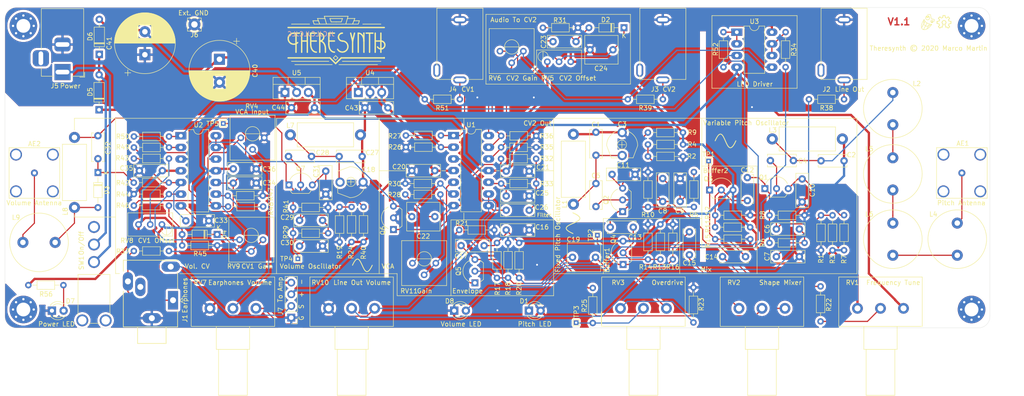
<source format=kicad_pcb>
(kicad_pcb (version 20221018) (generator pcbnew)
  (layers (0 "F.Cu" signal) (31 "B.Cu" signal) (34 "B.Paste" user) (35 "F.Paste" user) (36 "B.SilkS" user "B.Silkscreen") (37 "F.SilkS" user "F.Silkscreen") (38 "B.Mask" user) (39 "F.Mask" user) (44 "Edge.Cuts" user))
  (net 0 "")
  (net 1 "Net-(AE1-Pad1)")
  (net 2 "Net-(C1-Pad1)")
  (net 3 "GND")
  (net 4 "Net-(C5-Pad1)")
  (net 5 "Net-(C8-Pad2)")
  (net 6 "Net-(C10-Pad2)")
  (net 7 "Net-(C11-Pad2)")
  (net 8 "Net-(C12-Pad2)")
  (net 9 "Net-(C12-Pad1)")
  (net 10 "Net-(C13-Pad2)")
  (net 11 "Net-(C13-Pad1)")
  (net 12 "Net-(C14-Pad1)")
  (net 13 "Net-(C15-Pad2)")
  (net 14 "Net-(L2-Pad1)")
  (net 15 "Net-(L4-Pad2)")
  (net 16 "Net-(L5-Pad1)")
  (net 17 "+12V")
  (net 18 "Net-(Q5-Pad1)")
  (net 19 "Net-(Q5-Pad2)")
  (net 20 "-12V")
  (net 21 "Net-(AE2-Pad1)")
  (net 22 "Net-(C2-Pad1)")
  (net 23 "Net-(C4-Pad2)")
  (net 24 "Net-(C6-Pad2)")
  (net 25 "Net-(C14-Pad2)")
  (net 26 "Net-(C15-Pad1)")
  (net 27 "Net-(C22-Pad2)")
  (net 28 "Net-(C26-Pad1)")
  (net 29 "Net-(J3-PadT)")
  (net 30 "Net-(C23-Pad1)")
  (net 31 "Net-(J2-PadT)")
  (net 32 "Net-(R23-Pad1)")
  (net 33 "Net-(C33-Pad1)")
  (net 34 "Net-(D5-Pad2)")
  (net 35 "Net-(J4-PadT)")
  (net 36 "Net-(C24-Pad1)")
  (net 37 "Net-(D1-Pad1)")
  (net 38 "Net-(R34-Pad2)")
  (net 39 "Net-(D7-Pad2)")
  (net 40 "Net-(R52-Pad2)")
  (net 41 "Net-(C19-Pad1)")
  (net 42 "Net-(C22-Pad1)")
  (net 43 "Net-(C23-Pad2)")
  (net 44 "Net-(C25-Pad1)")
  (net 45 "Net-(C26-Pad2)")
  (net 46 "Net-(C32-Pad2)")
  (net 47 "Net-(C34-Pad1)")
  (net 48 "Net-(C40-Pad1)")
  (net 49 "Net-(C41-Pad2)")
  (net 50 "Net-(D3-Pad2)")
  (net 51 "Net-(D4-Pad2)")
  (net 52 "Net-(J1-PadR)")
  (net 53 "Net-(J5-Pad1)")
  (net 54 "Net-(R25-Pad2)")
  (net 55 "Net-(R26-Pad2)")
  (net 56 "Net-(R28-Pad1)")
  (net 57 "Net-(R36-Pad2)")
  (net 58 "Net-(R37-Pad2)")
  (net 59 "Net-(R39-Pad2)")
  (net 60 "Net-(R49-Pad1)")
  (net 61 "Net-(J1-PadTN)")
  (net 62 "Net-(Q6-Pad1)")
  (net 63 "Net-(R22-Pad2)")
  (net 64 "Net-(R38-Pad2)")
  (net 65 "Net-(R30-Pad1)")
  (net 66 "Net-(D8-Pad2)")
  (net 67 "/Audio Processing/RawAudioIn")
  (net 68 "/Audio Processing/VolumeControlIn")
  (net 69 "Net-(C18-Pad1)")
  (net 70 "Net-(C28-Pad1)")
  (net 71 "Net-(C29-Pad2)")
  (net 72 "Net-(C31-Pad2)")
  (net 73 "Net-(C32-Pad1)")
  (net 74 "Net-(D4-Pad1)")
  (net 75 "Net-(R43-Pad2)")
  (net 76 "Net-(R44-Pad2)")
  (net 77 "Net-(R47-Pad1)")
  (net 78 "Net-(R50-Pad2)")
  (net 79 "Net-(RV7-Pad2)")
  (footprint "Eurorack:Connector_F" (layer "F.Cu") (at 251.9 95.8)
    (fp_text reference "AE1")
    (fp_text value "Antenna")
  )
  (footprint "Capacitor_THT:C_Disc_D6.0mm_W2.5mm_P5.00mm" (layer "F.Cu") (at 221.3 93.15)
    (fp_text reference "C2")
    (fp_text value "22p")
  )
  (footprint "Capacitor_THT:C_Disc_D6.0mm_W2.5mm_P5.00mm" (layer "F.Cu") (at 215.3 93.1 180)
    (fp_text reference "C4")
    (fp_text value "220p")
  )
  (footprint "Capacitor_THT:C_Rect_L7.2mm_W2.5mm_P5.00mm_FKS2_FKP2_MKS2_MKP2" (layer "F.Cu") (at 211.6 108)
    (fp_text reference "C6")
    (fp_text value "1n")
  )
  (footprint "Capacitor_THT:C_Rect_L7.2mm_W2.5mm_P5.00mm_FKS2_FKP2_MKS2_MKP2" (layer "F.Cu") (at 211.6 114)
    (fp_text reference "C7")
    (fp_text value "1n")
  )
  (footprint "Eurorack:Variable_Capacitor_W6.5mm_P5.00mm" (layer "F.Cu") (at 178.1 92 90)
    (fp_text reference "C3")
    (fp_text value "20p")
  )
  (footprint "Capacitor_THT:C_Disc_D6.0mm_W2.5mm_P5.00mm" (layer "F.Cu") (at 172.4 103.1 90)
    (fp_text reference "C5")
    (fp_text value "330p")
  )
  (footprint "Capacitor_THT:C_Rect_L7.2mm_W2.5mm_P5.00mm_FKS2_FKP2_MKS2_MKP2" (layer "F.Cu") (at 186.9 102 90)
    (fp_text reference "C8")
    (fp_text value "1n")
  )
  (footprint "Capacitor_THT:C_Rect_L7.2mm_W2.5mm_P5.00mm_FKS2_FKP2_MKS2_MKP2" (layer "F.Cu") (at 190.7 102 90)
    (fp_text reference "C9")
    (fp_text value "1n")
  )
  (footprint "Capacitor_THT:C_Disc_D6.0mm_W2.5mm_P5.00mm" (layer "F.Cu") (at 205.3 101.8 90)
    (fp_text reference "C12")
    (fp_text value "68p")
  )
  (footprint "Capacitor_THT:C_Disc_D6.0mm_W2.5mm_P5.00mm" (layer "F.Cu") (at 180.5 107.6 180)
    (fp_text reference "C13")
    (fp_text value "68p")
  )
  (footprint "Capacitor_THT:C_Disc_D6.0mm_W2.5mm_P5.00mm" (layer "F.Cu") (at 204.9 114 180)
    (fp_text reference "C14")
    (fp_text value "22p")
  )
  (footprint "Capacitor_THT:C_Disc_D6.0mm_W2.5mm_P5.00mm" (layer "F.Cu") (at 192.7 113.6 90)
    (fp_text reference "C15")
    (fp_text value "22p")
  )
  (footprint "Capacitor_THT:C_Rect_L7.2mm_W2.5mm_P5.00mm_FKS2_FKP2_MKS2_MKP2" (layer "F.Cu") (at 152.9 108.2)
    (fp_text reference "C16")
    (fp_text value "100n")
  )
  (footprint "Capacitor_THT:C_Rect_L7.2mm_W2.5mm_P5.00mm_FKS2_FKP2_MKS2_MKP2" (layer "F.Cu") (at 148.1 111.6 180)
    (fp_text reference "C17")
    (fp_text value "4.7n")
  )
  (footprint "Capacitor_THT:C_Rect_L7.0mm_W6.0mm_P5.00mm" (layer "F.Cu") (at 172.3 114.14 180)
    (fp_text reference "C19")
    (fp_text value "1u")
  )
  (footprint "Capacitor_THT:C_Rect_L7.0mm_W6.0mm_P5.00mm" (layer "F.Cu") (at 137.4 105.3 180)
    (fp_text reference "C22")
    (fp_text value "1u")
  )
  (footprint "Inductor_THT:L_Axial_L12.0mm_D5.0mm_P15.24mm_Horizontal_Fastron_MISC" (layer "F.Cu") (at 210.7 88.4)
    (fp_text reference "L3")
    (fp_text value "4.7mH")
  )
  (footprint "Inductor_THT:L_Radial_D12.5mm_P7.00mm_Fastron_09HCP" (layer "F.Cu") (at 236.9 85.3 90)
    (fp_text reference "L2")
    (fp_text value "10mH")
  )
  (footprint "Inductor_THT:L_Axial_L12.0mm_D5.0mm_P15.24mm_Horizontal_Fastron_MISC" (layer "F.Cu") (at 167.5 102.6 90)
    (fp_text reference "L1")
    (fp_text value "4.7mH")
  )
  (footprint "Inductor_THT:L_Radial_D12.5mm_P7.00mm_Fastron_09HCP" (layer "F.Cu") (at 250.9 106.7 -90)
    (fp_text reference "L4")
    (fp_text value "10mH")
  )
  (footprint "Inductor_THT:L_Radial_D12.5mm_P7.00mm_Fastron_09HCP" (layer "F.Cu") (at 236.9 99.5 90)
    (fp_text reference "L5")
    (fp_text value "10mH")
  )
  (footprint "Inductor_THT:L_Radial_D12.5mm_P7.00mm_Fastron_09HCP" (layer "F.Cu") (at 236.9 113.7 90)
    (fp_text reference "L6")
    (fp_text value "10mH")
  )
  (footprint "Package_TO_SOT_THT:TO-92_Inline_Wide" (layer "F.Cu") (at 209.1 99.2)
    (fp_text reference "Q1")
    (fp_text value "2N3904")
  )
  (footprint "Package_TO_SOT_THT:TO-92_Inline_Wide" (layer "F.Cu") (at 178.2 104.2 90)
    (fp_text reference "Q2")
    (fp_text value "2N3904")
  )
  (footprint "Package_TO_SOT_THT:TO-92_Inline_Wide" (layer "F.Cu") (at 197.1 99.5)
    (fp_text reference "Q3")
    (fp_text value "2N3904")
  )
  (footprint "Package_TO_SOT_THT:TO-92_Inline_Wide" (layer "F.Cu") (at 178.3 115.7 90)
    (fp_text reference "Q4")
    (fp_text value "2N3904")
  )
  (footprint "Package_TO_SOT_THT:TO-92_Inline_Wide" (layer "F.Cu") (at 146.1 119.7 90)
    (fp_text reference "Q5")
    (fp_text value "2N3904")
  )
  (footprint "Package_TO_SOT_THT:TO-92_Inline_Wide" (layer "F.Cu") (at 128.4 108.1 90)
    (fp_text reference "Q6")
    (fp_text value "J113")
  )
  (footprint "Resistor_THT:R_Axial_DIN0204_L3.6mm_D1.6mm_P7.62mm_Horizontal" (layer "F.Cu") (at 226.3 112.6 90)
    (fp_text reference "R7")
    (fp_text value "100")
  )
  (footprint "Resistor_THT:R_Axial_DIN0204_L3.6mm_D1.6mm_P7.62mm_Horizontal" (layer "F.Cu") (at 223.8 105 -90)
    (fp_text reference "R3")
    (fp_text value "100k")
  )
  (footprint "Resistor_THT:R_Axial_DIN0204_L3.6mm_D1.6mm_P7.62mm_Horizontal" (layer "F.Cu") (at 221.3 105 -90)
    (fp_text reference "R1")
    (fp_text value "68k")
  )
  (footprint "Resistor_THT:R_Axial_DIN0204_L3.6mm_D1.6mm_P7.62mm_Horizontal" (layer "F.Cu") (at 210.1 105)
    (fp_text reference "R8")
    (fp_text value "1k")
  )
  (footprint "Resistor_THT:R_Axial_DIN0204_L3.6mm_D1.6mm_P7.62mm_Horizontal" (layer "F.Cu") (at 210.1 111)
    (fp_text reference "R6")
    (fp_text value "1k")
  )
  (footprint "Resistor_THT:R_Axial_DIN0204_L3.6mm_D1.6mm_P7.62mm_Horizontal" (layer "F.Cu") (at 183.7 92.2)
    (fp_text reference "R2")
    (fp_text value "68k")
  )
  (footprint "Resistor_THT:R_Axial_DIN0204_L3.6mm_D1.6mm_P7.62mm_Horizontal" (layer "F.Cu") (at 183.7 89.6)
    (fp_text reference "R4")
    (fp_text value "100k")
  )
  (footprint "Resistor_THT:R_Axial_DIN0204_L3.6mm_D1.6mm_P7.62mm_Horizontal" (layer "F.Cu") (at 191.3 87 180)
    (fp_text reference "R9")
    (fp_text value "100")
  )
  (footprint "Resistor_THT:R_Axial_DIN0204_L3.6mm_D1.6mm_P7.62mm_Horizontal" (layer "F.Cu") (at 183.7 103.2 90)
    (fp_text reference "R10")
    (fp_text value "1k")
  )
  (footprint "Resistor_THT:R_Axial_DIN0204_L3.6mm_D1.6mm_P7.62mm_Horizontal" (layer "F.Cu") (at 205.9 107.6 180)
    (fp_text reference "R11")
    (fp_text value "22k")
  )
  (footprint "Resistor_THT:R_Axial_DIN0204_L3.6mm_D1.6mm_P7.62mm_Horizontal" (layer "F.Cu") (at 198.3 105)
    (fp_text reference "R12")
    (fp_text value "47k")
  )
  (footprint "Resistor_THT:R_Axial_DIN0204_L3.6mm_D1.6mm_P7.62mm_Horizontal" (layer "F.Cu") (at 186.4 106.98 -90)
    (fp_text reference "R13")
    (fp_text value "22k")
  )
  (footprint "Resistor_THT:R_Axial_DIN0204_L3.6mm_D1.6mm_P7.62mm_Horizontal" (layer "F.Cu") (at 183.7 114.6 90)
    (fp_text reference "R14")
    (fp_text value "47k")
  )
  (footprint "Resistor_THT:R_Axial_DIN0204_L3.6mm_D1.6mm_P7.62mm_Horizontal" (layer "F.Cu") (at 198.3 110.2)
    (fp_text reference "R15")
    (fp_text value "10k")
  )
  (footprint "Resistor_THT:R_Axial_DIN0204_L3.6mm_D1.6mm_P7.62mm_Horizontal" (layer "F.Cu") (at 189.1 114.6 90)
    (fp_text reference "R16")
    (fp_text value "10k")
  )
  (footprint "Resistor_THT:R_Axial_DIN0204_L3.6mm_D1.6mm_P7.62mm_Horizontal" (layer "F.Cu") (at 150.9 111 -90)
    (fp_text reference "R17")
    (fp_text value "470k")
  )
  (footprint "Resistor_THT:R_Axial_DIN0204_L3.6mm_D1.6mm_P7.62mm_Horizontal" (layer "F.Cu") (at 153.3 118.6 90)
    (fp_text reference "R18")
    (fp_text value "47k")
  )
  (footprint "Resistor_THT:R_Axial_DIN0204_L3.6mm_D1.6mm_P7.62mm_Horizontal" (layer "F.Cu") (at 155.7 111 -90)
    (fp_text reference "R20")
    (fp_text value "10k")
  )
  (footprint "Resistor_THT:R_Axial_DIN0204_L3.6mm_D1.6mm_P7.62mm_Horizontal" (layer "F.Cu") (at 142.7 108.2)
    (fp_text reference "R21")
    (fp_text value "1k")
  )
  (footprint "Resistor_THT:R_Axial_DIN0204_L3.6mm_D1.6mm_P7.62mm_Horizontal" (layer "F.Cu") (at 193.58 128.32 90)
    (fp_text reference "R23")
    (fp_text value "22k")
  )
  (footprint "Resistor_THT:R_Axial_DIN0204_L3.6mm_D1.6mm_P7.62mm_Horizontal" (layer "F.Cu") (at 131.11 90.19)
    (fp_text reference "R26")
    (fp_text value "1k")
  )
  (footprint "Resistor_THT:R_Axial_DIN0204_L3.6mm_D1.6mm_P7.62mm_Horizontal" (layer "F.Cu") (at 171.71 120.82 -90)
    (fp_text reference "R25")
    (fp_text value "220k")
  )
  (footprint "Resistor_THT:R_Axial_DIN0204_L3.6mm_D1.6mm_P7.62mm_Horizontal" (layer "F.Cu") (at 138.6 100.47 180)
    (fp_text reference "R28")
    (fp_text value "220k")
  )
  (footprint "Resistor_THT:R_Axial_DIN0204_L3.6mm_D1.6mm_P7.62mm_Horizontal" (layer "F.Cu") (at 138.6 98.1 180)
    (fp_text reference "R30")
    (fp_text value "10k")
  )
  (footprint "Potentiometer_THT:Potentiometer_Alps_RK163_Single_Horizontal" (layer "F.Cu") (at 229.22 125.25 -90)
    (fp_text reference "RV1")
    (fp_text value "100k")
  )
  (footprint "Potentiometer_THT:Potentiometer_Alps_RK163_Single_Horizontal" (layer "F.Cu") (at 203.47 125.25 -90)
    (fp_text reference "RV2")
    (fp_text value "100k")
  )
  (footprint "Potentiometer_THT:Potentiometer_Alps_RK163_Single_Horizontal" (layer "F.Cu") (at 177.72 125.25 -90)
    (fp_text reference "RV3")
    (fp_text value "100k")
  )
  (footprint "Capacitor_THT:C_Rect_L7.2mm_W2.5mm_P5.00mm_FKS2_FKP2_MKS2_MKP2" (layer "F.Cu") (at 127.2 81.62 180)
    (fp_text reference "C43")
    (fp_text value "100n")
  )
  (footprint "Capacitor_THT:C_Rect_L7.2mm_W2.5mm_P5.00mm_FKS2_FKP2_MKS2_MKP2" (layer "F.Cu") (at 106.25 81.59)
    (fp_text reference "C44")
    (fp_text value "100n")
  )
  (footprint "Capacitor_THT:CP_Radial_D13.0mm_P5.00mm" (layer "F.Cu") (at 90.6 71.07 -90)
    (fp_text reference "C40")
    (fp_text value "3300u")
  )
  (footprint "Capacitor_THT:CP_Radial_D13.0mm_P5.00mm" (layer "F.Cu") (at 74.4 70.07 90)
    (fp_text reference "C41")
    (fp_text value "3300u")
  )
  (footprint "Diode_THT:D_DO-35_SOD27_P7.62mm_Horizontal" (layer "F.Cu") (at 64.45 82.05 90)
    (fp_text reference "D5")
    (fp_text value "1N4001")
  )
  (footprint "Diode_THT:D_DO-35_SOD27_P7.62mm_Horizontal" (layer "F.Cu") (at 64.5 70 90)
    (fp_text reference "D6")
    (fp_text value "1N4001")
  )
  (footprint "Connector_BarrelJack:BarrelJack_Horizontal" (layer "F.Cu") (at 56.5 73.85 -90)
    (fp_text reference "J5")
    (fp_text value "Jack-12V AC")
  )
  (footprint "Package_TO_SOT_THT:TO-220-3_Vertical" (layer "F.Cu") (at 120.77 78.28)
    (fp_text reference "U4")
    (fp_text value "LM7812_TO220")
  )
  (footprint "Package_TO_SOT_THT:TO-220-3_Vertical" (layer "F.Cu") (at 104.83 78.28)
    (fp_text reference "U5")
    (fp_text value "LM7912_TO220")
  )
  (footprint "Eurorack:Connector_F" (layer "F.Cu") (at 50.4 95.8)
    (fp_text reference "AE2")
    (fp_text value "Antenna")
  )
  (footprint "Eurorack:Variable_Capacitor_W6.5mm_P5.00mm" (layer "F.Cu") (at 116.8 97.8)
    (fp_text reference "C18")
    (fp_text value "60p")
  )
  (footprint "Capacitor_THT:C_Disc_D6.0mm_W2.5mm_P5.00mm" (layer "F.Cu") (at 116.6 92.2)
    (fp_text reference "C27")
    (fp_text value "47p")
  )
  (footprint "Capacitor_THT:C_Disc_D6.0mm_W2.5mm_P5.00mm" (layer "F.Cu") (at 105.6 92.2)
    (fp_text reference "C28")
    (fp_text value "330p")
  )
  (footprint "Capacitor_THT:C_Rect_L7.2mm_W2.5mm_P5.00mm_FKS2_FKP2_MKS2_MKP2" (layer "F.Cu") (at 108 106.1)
    (fp_text reference "C29")
    (fp_text value "1n")
  )
  (footprint "Capacitor_THT:C_Rect_L7.2mm_W2.5mm_P5.00mm_FKS2_FKP2_MKS2_MKP2" (layer "F.Cu") (at 108 111.7)
    (fp_text reference "C30")
    (fp_text value "1n")
  )
  (footprint "Capacitor_THT:C_Rect_L7.2mm_W2.5mm_P5.00mm_FKS2_FKP2_MKS2_MKP2" (layer "F.Cu") (at 113.7 100.4 90)
    (fp_text reference "C31")
    (fp_text value "100n")
  )
  (footprint "Capacitor_THT:C_Disc_D6.0mm_W2.5mm_P5.00mm" (layer "F.Cu") (at 64.2 87.7 -90)
    (fp_text reference "C32")
    (fp_text value "100p")
  )
  (footprint "Capacitor_THT:C_Rect_L7.2mm_W2.5mm_P5.00mm_FKS2_FKP2_MKS2_MKP2" (layer "F.Cu") (at 83.3 106.2)
    (fp_text reference "C33")
    (fp_text value "100n")
  )
  (footprint "Capacitor_THT:C_Rect_L7.2mm_W2.5mm_P5.00mm_FKS2_FKP2_MKS2_MKP2" (layer "F.Cu") (at 93.6 98)
    (fp_text reference "C34")
    (fp_text value "100n")
  )
  (footprint "Diode_THT:D_DO-34_SOD68_P7.62mm_Horizontal" (layer "F.Cu") (at 64.2 95.7 -90)
    (fp_text reference "D3")
    (fp_text value "1N4148")
  )
  (footprint "LED_THT:LED_D3.0mm" (layer "F.Cu") (at 141.6 125.75)
    (fp_text reference "D8")
    (fp_text value "LED")
  )
  (footprint "Eurorack:PJ302M" (layer "F.Cu") (at 142.84 67.7 -90)
    (fp_text reference "J4")
    (fp_text value "AudioJack2")
  )
  (footprint "Inductor_THT:L_Axial_L12.0mm_D5.0mm_P15.24mm_Horizontal_Fastron_MISC" (layer "F.Cu") (at 106 87.5)
    (fp_text reference "L7")
    (fp_text value "4.8m")
  )
  (footprint "Inductor_THT:L_Axial_L12.0mm_D5.0mm_P15.24mm_Horizontal_Fastron_MISC" (layer "F.Cu") (at 59.1 103.3 90)
    (fp_text reference "L8")
    (fp_text value "1m")
  )
  (footprint "Inductor_THT:L_Radial_D12.5mm_P7.00mm_Fastron_09HCP" (layer "F.Cu") (at 47.9 110.9)
    (fp_text reference "L9")
    (fp_text value "10m")
  )
  (footprint "Package_TO_SOT_THT:TO-92_Inline_Wide" (layer "F.Cu") (at 105.7 98.4)
    (fp_text reference "Q7")
    (fp_text value "2N3904")
  )
  (footprint "Resistor_THT:R_Axial_DIN0204_L3.6mm_D1.6mm_P7.62mm_Horizontal" (layer "F.Cu") (at 116.7 103.2 -90)
    (fp_text reference "R19")
    (fp_text value "68k")
  )
  (footprint "Resistor_THT:R_Axial_DIN0204_L3.6mm_D1.6mm_P7.62mm_Horizontal" (layer "F.Cu") (at 119.3 110.8 90)
    (fp_text reference "R24")
    (fp_text value "100k")
  )
  (footprint "Resistor_THT:R_Axial_DIN0204_L3.6mm_D1.6mm_P7.62mm_Horizontal" (layer "F.Cu") (at 106.6 108.9)
    (fp_text reference "R29")
    (fp_text value "1k")
  )
  (footprint "Resistor_THT:R_Axial_DIN0204_L3.6mm_D1.6mm_P7.62mm_Horizontal" (layer "F.Cu") (at 121.9 110.8 90)
    (fp_text reference "R40")
    (fp_text value "100")
  )
  (footprint "Resistor_THT:R_Axial_DIN0204_L3.6mm_D1.6mm_P7.62mm_Horizontal" (layer "F.Cu") (at 106.6 103.3)
    (fp_text reference "R41")
    (fp_text value "1k")
  )
  (footprint "Resistor_THT:R_Axial_DIN0204_L3.6mm_D1.6mm_P7.62mm_Horizontal" (layer "F.Cu") (at 100.1 103.1 180)
    (fp_text reference "R48")
    (fp_text value "10k")
  )
  (footprint "Resistor_THT:R_Axial_DIN0204_L3.6mm_D1.6mm_P7.62mm_Horizontal" (layer "F.Cu") (at 79.6 97.9 180)
    (fp_text reference "R42")
    (fp_text value "220k")
  )
  (footprint "Resistor_THT:R_Axial_DIN0204_L3.6mm_D1.6mm_P7.62mm_Horizontal" (layer "F.Cu") (at 72 100.4)
    (fp_text reference "R44")
    (fp_text value "1k")
  )
  (footprint "Resistor_THT:R_Axial_DIN0204_L3.6mm_D1.6mm_P7.62mm_Horizontal" (layer "F.Cu") (at 72 102.9)
    (fp_text reference "R46")
    (fp_text value "220k")
  )
  (footprint "Resistor_THT:R_Axial_DIN0204_L3.6mm_D1.6mm_P7.62mm_Horizontal" (layer "F.Cu") (at 142.83 79.77 180)
    (fp_text reference "R51")
    (fp_text value "1k")
  )
  (footprint "Resistor_THT:R_Axial_DIN0204_L3.6mm_D1.6mm_P7.62mm_Horizontal" (layer "F.Cu") (at 200.1 72.77 90)
    (fp_text reference "R52")
    (fp_text value "1k")
  )
  (footprint "Potentiometer_THT:Potentiometer_Bourns_3296W_Vertical" (layer "F.Cu") (at 78.1 107)
    (fp_text reference "RV8")
    (fp_text value "100k")
  )
  (footprint "Potentiometer_THT:Potentiometer_Bourns_3386P_Vertical" (layer "F.Cu") (at 94.98 110.32 -90)
    (fp_text reference "RV9")
    (fp_text value "100k")
  )
  (footprint "Capacitor_THT:C_Rect_L7.2mm_W2.5mm_P5.00mm_FKS2_FKP2_MKS2_MKP2" (layer "F.Cu") (at 168.07 67.22 180)
    (fp_text reference "C23")
    (fp_text value "2.2n")
  )
  (footprint "Capacitor_THT:C_Rect_L7.2mm_W2.5mm_P5.00mm_FKS2_FKP2_MKS2_MKP2" (layer "F.Cu") (at 152.9 100.8)
    (fp_text reference "C25")
    (fp_text value "10n")
  )
  (footprint "Capacitor_THT:C_Rect_L7.0mm_W6.0mm_P5.00mm" (layer "F.Cu") (at 176.09 69 180)
    (fp_text reference "C24")
    (fp_text value "1u")
  )
  (footprint "Capacitor_THT:C_Rect_L7.2mm_W2.5mm_P5.00mm_FKS2_FKP2_MKS2_MKP2" (layer "F.Cu") (at 152.9 103.9)
    (fp_text reference "C26")
    (fp_text value "10n")
  )
  (footprint "Diode_THT:D_DO-34_SOD68_P7.62mm_Horizontal" (layer "F.Cu") (at 178.49 64.2 180)
    (fp_text reference "D2")
    (fp_text value "1N4148")
  )
  (footprint "Eurorack:PJ302M" (layer "F.Cu") (at 186.93 67.7 -90)
    (fp_text reference "J3")
    (fp_text value "AudioJack2")
  )
  (footprint "Eurorack:PJ302M" (layer "F.Cu") (at 226.31 67.7 -90)
    (fp_text reference "J2")
    (fp_text value "AudioJack2")
  )
  (footprint "Resistor_THT:R_Axial_DIN0204_L3.6mm_D1.6mm_P7.62mm_Horizontal" (layer "F.Cu") (at 159.4 92.7 180)
    (fp_text reference "R32")
    (fp_text value "1k")
  )
  (footprint "Resistor_THT:R_Axial_DIN0204_L3.6mm_D1.6mm_P7.62mm_Horizontal" (layer "F.Cu") (at 168.49 64.2 180)
    (fp_text reference "R31")
    (fp_text value "10k")
  )
  (footprint "Resistor_THT:R_Axial_DIN0204_L3.6mm_D1.6mm_P7.62mm_Horizontal" (layer "F.Cu") (at 151.8 98.1)
    (fp_text reference "R33")
    (fp_text value "1k")
  )
  (footprint "Resistor_THT:R_Axial_DIN0204_L3.6mm_D1.6mm_P7.62mm_Horizontal" (layer "F.Cu") (at 151.79 90.22)
    (fp_text reference "R35")
    (fp_text value "1M")
  )
  (footprint "Resistor_THT:R_Axial_DIN0204_L3.6mm_D1.6mm_P7.62mm_Horizontal" (layer "F.Cu") (at 186.94 79.77 180)
    (fp_text reference "R39")
    (fp_text value "1k")
  )
  (footprint "Resistor_THT:R_Axial_DIN0204_L3.6mm_D1.6mm_P7.62mm_Horizontal" (layer "F.Cu") (at 226.3 79.77 180)
    (fp_text reference "R38")
    (fp_text value "1k")
  )
  (footprint "Resistor_THT:R_Axial_DIN0204_L3.6mm_D1.6mm_P7.62mm_Horizontal" (layer "F.Cu") (at 92.4 100.75)
    (fp_text reference "R47")
    (fp_text value "10k")
  )
  (footprint "Capacitor_THT:C_Rect_L7.2mm_W2.5mm_P5.00mm_FKS2_FKP2_MKS2_MKP2" (layer "F.Cu") (at 217.2 102.1 90)
    (fp_text reference "C10")
    (fp_text value "100n")
  )
  (footprint "Capacitor_THT:C_Rect_L7.2mm_W2.5mm_P5.00mm_FKS2_FKP2_MKS2_MKP2" (layer "F.Cu") (at 180.9 96.1 180)
    (fp_text reference "C11")
    (fp_text value "100n")
  )
  (footprint "Capacitor_THT:C_Rect_L7.2mm_W2.5mm_P5.00mm_FKS2_FKP2_MKS2_MKP2" (layer "F.Cu") (at 137.4 95.3 180)
    (fp_text reference "C20")
    (fp_text value "100n")
  )
  (footprint "Capacitor_THT:C_Rect_L7.2mm_W2.5mm_P5.00mm_FKS2_FKP2_MKS2_MKP2" (layer "F.Cu") (at 152.9 95.4)
    (fp_text reference "C21")
    (fp_text value "100n")
  )
  (footprint "Capacitor_THT:C_Rect_L7.2mm_W2.5mm_P5.00mm_FKS2_FKP2_MKS2_MKP2" (layer "F.Cu") (at 78.2 95.3 180)
    (fp_text reference "C35")
    (fp_text value "100n")
  )
  (footprint "Capacitor_THT:C_Rect_L7.2mm_W2.5mm_P5.00mm_FKS2_FKP2_MKS2_MKP2" (layer "F.Cu") (at 93.6 94.9)
    (fp_text reference "C36")
    (fp_text value "100n")
  )
  (footprint "LED_THT:LED_D3.0mm" (layer "F.Cu") (at 54.2 125.75)
    (fp_text reference "D7")
    (fp_text value "LED")
  )
  (footprint "Resistor_THT:R_Axial_DIN0204_L3.6mm_D1.6mm_P7.62mm_Horizontal" (layer "F.Cu") (at 56.7 120.2 180)
    (fp_text reference "R56")
    (fp_text value "1k")
  )
  (footprint "Resistor_THT:R_Axial_DIN0204_L3.6mm_D1.6mm_P7.62mm_Horizontal" (layer "F.Cu") (at 213.6 72.77 90)
    (fp_text reference "R34")
    (fp_text value "1k")
  )
  (footprint "Package_DIP:DIP-8_W7.62mm_LongPads" (layer "F.Cu") (at 203 65.17)
    (fp_text reference "U3")
    (fp_text value "TL072")
  )
  (footprint "LED_THT:LED_D3.0mm" (layer "F.Cu") (at 157.84 125.75)
    (fp_text reference "D1")
    (fp_text value "LED")
  )
  (footprint "MountingHole:MountingHole_3mm_Pad_Via" (layer "F.Cu") (at 48 63.8)
    (fp_text reference "")
    (fp_text value "")
  )
  (footprint "Potentiometer_THT:Potentiometer_Bourns_3296W_Vertical" (layer "F.Cu") (at 161.84 71.6 180)
    (fp_text reference "RV5")
    (fp_text value "100k")
  )
  (footprint "Resistor_THT:R_Axial_DIN0204_L3.6mm_D1.6mm_P7.62mm_Horizontal" (layer "F.Cu") (at 138.72 87.64 180)
    (fp_text reference "R27")
    (fp_text value "100k")
  )
  (footprint "Resistor_THT:R_Axial_DIN0204_L3.6mm_D1.6mm_P7.62mm_Horizontal" (layer "F.Cu") (at 159.43 87.72 180)
    (fp_text reference "R36")
    (fp_text value "1k")
  )
  (footprint "Eurorack:Horizontal_SPDT" (layer "F.Cu") (at 63.34 127.87)
    (fp_text reference "SW1")
    (fp_text value "SW_SPST")
  )
  (footprint "MountingHole:MountingHole_3mm_Pad_Via" (layer "F.Cu") (at 48 125.5)
    (fp_text reference "")
    (fp_text value "")
  )
  (footprint "MountingHole:MountingHole_3mm_Pad_Via" (layer "F.Cu") (at 254 125.5)
    (fp_text reference "")
    (fp_text value "")
  )
  (footprint "MountingHole:MountingHole_3mm_Pad_Via" (layer "F.Cu") (at 254 63.8)
    (fp_text reference "")
    (fp_text value "")
  )
  (footprint "Connector_Pin:Pin_D1.4mm_L8.5mm_W2.8mm_FlatFork" (layer "F.Cu") (at 85.16 63.49)
    (fp_text reference "J6")
    (fp_text value "Ext. GND")
  )
  (footprint "Connector_Audio:Jack_3.5mm_Ledino_KB3SPRS_Horizontal" (layer "F.Cu") (at 80.51 123.48 90)
    (fp_text reference "J1")
    (fp_text value "AudioJack3_Switch")
  )
  (footprint "Resistor_THT:R_Axial_DIN0204_L3.6mm_D1.6mm_P7.62mm_Horizontal" (layer "F.Cu") (at 72 112.77)
    (fp_text reference "R37")
    (fp_text value "1k")
  )
  (footprint "Package_DIP:DIP-14_W7.62mm_LongPads" (layer "F.Cu") (at 82.21 87.7)
    (fp_text reference "U2")
    (fp_text value "TL074")
  )
  (footprint "Potentiometer_THT:Potentiometer_Alps_RK163_Single_Horizontal" (layer "F.Cu") (at 88.53 125.25 -90)
    (fp_text reference "RV7")
    (fp_text value "10k")
  )
  (footprint "Capacitor_THT:C_Disc_D6.0mm_W2.5mm_P5.00mm" (layer "F.Cu") (at 172.4 91.94 90)
    (fp_text reference "C1")
    (fp_text value "22p")
  )
  (footprint "Resistor_THT:R_Axial_DIN0204_L3.6mm_D1.6mm_P7.62mm_Horizontal" (layer "F.Cu") (at 193.68 103.2 90)
    (fp_text reference "R5")
    (fp_text value "1k")
  )
  (footprint "Resistor_THT:R_Axial_DIN0204_L3.6mm_D1.6mm_P7.62mm_Horizontal" (layer "F.Cu") (at 79.64 90.244999 180)
    (fp_text reference "R49")
    (fp_text value "10k")
  )
  (footprint "Resistor_THT:R_Axial_DIN0204_L3.6mm_D1.6mm_P7.62mm_Horizontal" (layer "F.Cu") (at 72.02 87.86)
    (fp_text reference "R50")
    (fp_text value "10k")
  )
  (footprint "Potentiometer_THT:Potentiometer_Bourns_3386P_Vertical" (layer "F.Cu") (at 95.25 88.14 -90)
    (fp_text reference "RV4")
    (fp_text value "10k")
  )
  (footprint "Potentiometer_THT:Potentiometer_Bourns_3386P_Vertical" (layer "F.Cu") (at 151.55 69.3 -90)
    (fp_text reference "RV6")
    (fp_text value "100k")
  )
  (footprint "Connector_PinHeader_2.54mm:PinHeader_1x04_P2.54mm_Vertical" (layer "F.Cu") (at 106.2 127.27 180)
    (fp_text reference "J7")
    (fp_text value "To_Amp")
  )
  (footprint "Resistor_THT:R_Axial_DIN0204_L3.6mm_D1.6mm_P7.62mm_Horizontal" (layer "F.Cu") (at 72.01 92.65)
    (fp_text reference "R43")
    (fp_text value "330k")
  )
  (footprint "Package_DIP:DIP-14_W7.62mm_LongPads" (layer "F.Cu") (at 141.46 87.66)
    (fp_text reference "U1")
    (fp_text value "TL074")
  )
  (footprint "TestPoint:TestPoint_THTPad_1.0x1.0mm_Drill0.5mm" (layer "F.Cu") (at 196.88 93.2)
    (fp_text reference "TP1")
    (fp_text value "TestPoint")
  )
  (footprint "TestPoint:TestPoint_THTPad_1.0x1.0mm_Drill0.5mm" (layer "F.Cu") (at 172.71 109.34 90)
    (fp_text reference "TP2")
    (fp_text value "TestPoint")
  )
  (footprint "TestPoint:TestPoint_THTPad_1.0x1.0mm_Drill0.5mm" (layer "F.Cu") (at 168.1 128.37 90)
    (fp_text reference "TP3")
    (fp_text value "TestPoint")
  )
  (footprint "TestPoint:TestPoint_THTPad_1.0x1.0mm_Drill0.5mm" (layer "F.Cu") (at 107.63 114.48)
    (fp_text reference "TP4")
    (fp_text value "TestPoint")
  )
  (footprint "TestPoint:TestPoint_THTPad_1.0x1.0mm_Drill0.5mm" (layer "F.Cu") (at 91.43 85.04)
    (fp_text reference "TP5")
    (fp_text value "TestPoint")
  )
  (footprint "Potentiometer_THT:Potentiometer_Alps_RK163_Single_Horizontal" (layer "F.Cu") (at 114.32 125.25 -90)
    (fp_text reference "RV10")
    (fp_text value "10k")
  )
  (footprint "Resistor_THT:R_Axial_DIN0204_L3.6mm_D1.6mm_P7.62mm_Horizontal" (layer "F.Cu") (at 221.2 120.47 -90)
    (fp_text reference "R22")
    (fp_text value "330k")
  )
  (footprint "Diode_THT:D_DO-34_SOD68_P7.62mm_Horizontal" (layer "F.Cu") (at 90.1 109.17 180)
    (fp_text reference "D4")
    (fp_text value "1N4148")
  )
  (footprint "Potentiometer_THT:Potentiometer_Bourns_3386P_Vertical" (layer "F.Cu") (at 132.53 115.42 -90)
    (fp_text reference "RV11")
    (fp_text value "100k")
  )
  (footprint "Resistor_THT:R_Axial_DIN0204_L3.6mm_D1.6mm_P7.62mm_Horizontal" (layer "F.Cu") (at 82.5 111.57)
    (fp_text reference "R45")
    (fp_text value "100k")
  )
  (gr_line (start 163.2 122.5) (end 163.2 117.7) (stroke (width 0.12)) (layer "F.SilkS"))
  (gr_curve (pts (xy 119.5 115.87) (xy 121.614843 111.17) (xy 121.614843 120.67) (xy 123.8 115.87)) (stroke (width 0.1875)) (layer "F.SilkS"))
  (gr_line (start 150.5 95.31) (end 151.4 95.31) (stroke (width 0.12)) (layer "F.SilkS"))
  (gr_line (start 79.1 109.27) (end 79.1 107.67) (stroke (width 0.12)) (layer "F.SilkS"))
  (gr_arc (start 79.402193 107.112324) (mid 79.762415 109.048183) (end 78 108.17) (stroke (width 0.12)) (layer "F.SilkS"))
  (gr_line (start 95.934753 109.37) (end 99.065247 109.37) (stroke (width 0.12)) (layer "F.SilkS"))
  (gr_line (start 133.534753 114.47) (end 136.665247 114.47) (stroke (width 0.12)) (layer "F.SilkS"))
  (gr_circle (center 135.1 114.47) (end 136.5 115.17) (stroke (width 0.12)) (fill none) (layer "F.SilkS"))
  (gr_line (start 173.55 125.97) (end 173.55 128.73) (stroke (width 0.12)) (layer "F.SilkS"))
  (gr_line (start 248.952353 64.257419) (end 249.221566 63.988251) (stroke (width 0.18)) (layer "F.SilkS"))
  (gr_curve (pts (xy 243.689895 62.423297) (xy 243.974277 63.102113) (xy 244.54809 63.405476) (xy 245.351985 63.481772)) (stroke (width 0.12)) (layer "F.SilkS"))
  (gr_line (start 115.959805 63.42) (end 118.04961 63.42) (stroke (width 0.15)) (layer "F.SilkS"))
  (gr_curve (pts (xy 117.307732 67.090886) (xy 117.893418 67.090886) (xy 118.394563 67.509322) (xy 118.496265 68.083733)) (stroke (width 0.3)) (layer "F.SilkS"))
  (gr_line (start 160.9 69.37) (end 160.9 70.97) (stroke (width 0.12)) (layer "F.SilkS"))
  (gr_line (start 119.818062 62.685459) (end 120.999922 62.685459) (stroke (width 0.15)) (layer "F.SilkS"))
  (gr_curve (pts (xy 248.231993 61.567927) (xy 248.230327 61.558905) (xy 248.221441 61.551525) (xy 248.212261 61.551525)) (stroke (width 0.18)) (layer "F.SilkS"))
  (gr_line (start 107.231796 69.541163) (end 107.231796 65.378775) (stroke (width 0.3)) (layer "F.SilkS"))
  (gr_curve (pts (xy 249.129495 63.353931) (xy 249.132259 63.345179) (xy 249.141847 63.336606) (xy 249.150893 63.334964)) (stroke (width 0.18)) (layer "F.SilkS"))
  (gr_line (start 246.91428 63.35391) (end 247.026916 63.635272) (stroke (width 0.18)) (layer "F.SilkS"))
  (gr_curve (pts (xy 106.740279 65.380421) (xy 106.194043 65.380421) (xy 105.715909 65.745796) (xy 105.574534 66.271246)) (stroke (width 0.3)) (layer "F.SilkS"))
  (gr_curve (pts (xy 247.600893 63.059901) (xy 247.600893 62.827386) (xy 247.789398 62.638904) (xy 248.021891 62.638904)) (stroke (width 0.18)) (layer "F.SilkS"))
  (gr_curve (pts (xy 245.409176 63.09785) (xy 245.259146 63.09785) (xy 245.137522 62.975762) (xy 245.137522 62.825159)) (stroke (width 0.12)) (layer "F.SilkS"))
  (gr_line (start 114.361719 67.796636) (end 114.361719 65.378775) (stroke (width 0.3)) (layer "F.SilkS"))
  (gr_line (start 126.408827 70.765403) (end 126.408827 70.765403) (stroke (width 0.3)) (layer "F.SilkS"))
  (gr_curve (pts (xy 246.53205 62.847615) (xy 246.523006 62.849325) (xy 246.515648 62.85819) (xy 246.515648 62.86737)) (stroke (width 0.18)) (layer "F.SilkS"))
  (gr_line (start 190.6 117.7) (end 190.6 105.7) (stroke (width 0.12)) (layer "F.SilkS"))
  (gr_curve (pts (xy 125.685974 67.093539) (xy 126.103106 67.093539) (xy 126.460028 67.391797) (xy 126.532463 67.800901)) (stroke (width 0.3)) (layer "F.SilkS"))
  (gr_line (start 113.624141 68.806631) (end 113.624141 69.541172) (stroke (width 0.3)) (layer "F.SilkS"))
  (gr_curve (pts (xy 244.533451 61.664434) (xy 244.595382 61.700327) (xy 244.633533 61.766659) (xy 244.633533 61.838445)) (stroke (width 0.12)) (layer "F.SilkS"))
  (gr_curve (pts (xy 117.312032 65.378775) (xy 117.212604 65.37835) (xy 117.111745 65.394975) (xy 117.01375 65.430496)) (stroke (width 0.3)) (layer "F.SilkS"))
  (gr_curve (pts (xy 248.021891 62.638904) (xy 248.254383 62.638904) (xy 248.442865 62.827386) (xy 248.442865 63.059901)) (stroke (width 0.18)) (layer "F.SilkS"))
  (gr_line (start 129.2 117.7) (end 82 117.7) (stroke (width 0.12)) (layer "F.SilkS"))
  (gr_line (start 119.524766 69.541163) (end 119.524766 67.092701) (stroke (width 0.3)) (layer "F.SilkS"))
  (gr_curve (pts (xy 125.979957 68.753928) (xy 125.58798 68.896009) (xy 125.15015 68.737308) (xy 124.941584 68.377548)) (stroke (width 0.3)) (layer "F.SilkS"))
  (gr_curve (pts (xy 247.831561 61.551525) (xy 247.822404 61.551525) (xy 247.813516 61.558904) (xy 247.811851 61.567927)) (stroke (width 0.18)) (layer "F.SilkS"))
  (gr_line (start 249.221567 62.127232) (end 248.952399 61.858065) (stroke (width 0.18)) (layer "F.SilkS"))
  (gr_line (start 247.589105 64.118684) (end 247.855865 63.474126) (stroke (width 0.18)) (layer "F.SilkS"))
  (gr_line (start 245.137522 62.825159) (end 245.137522 62.825159) (stroke (width 0.12)) (layer "F.SilkS"))
  (gr_line (start 247.116988 64.25976) (end 247.410343 64.058407) (stroke (width 0.18)) (layer "F.SilkS"))
  (gr_curve (pts (xy 245.409176 62.552467) (xy 245.559206 62.552467) (xy 245.680829 62.674555) (xy 245.680829 62.825159)) (stroke (width 0.12)) (layer "F.SilkS"))
  (gr_line (start 245.259051 62.19725) (end 245.938185 62.444825) (stroke (width 0.12)) (layer "F.SilkS"))
  (gr_line (start 179.9 76.47) (end 179.9 61.3) (stroke (width 0.12)) (layer "F.SilkS"))
  (gr_line (start 247.436596 62.075032) (end 247.117006 61.855702) (stroke (width 0.18)) (layer "F.SilkS"))
  (gr_line (start 115.099297 72.234479) (end 106.985937 72.234479) (stroke (width 0.15)) (layer "F.SilkS"))
  (gr_line (start 248.475939 64.126536) (end 248.605314 64.057461) (stroke (width 0.18)) (layer "F.SilkS"))
  (gr_line (start 115.591016 67.092701) (end 114.361719 67.092701) (stroke (width 0.3)) (layer "F.SilkS"))
  (gr_line (start 244.633533 61.838445) (end 244.633533 61.838445) (stroke (width 0.12)) (layer "F.SilkS"))
  (gr_curve (pts (xy 106.136845 67.623194) (xy 106.609899 67.895187) (xy 107.207417 67.816846) (xy 107.593664 67.432191)) (stroke (width 0.3)) (layer "F.SilkS"))
  (gr_line (start 249.22393 63.962669) (end 249.018977 63.664026) (stroke (width 0.18)) (layer "F.SilkS"))
  (gr_line (start 116.328594 70.765403) (end 115.836876 71.255093) (stroke (width 0.15)) (layer "F.SilkS"))
  (gr_line (start 96.234753 87.27) (end 99.365247 87.27) (stroke (width 0.12)) (layer "F.SilkS"))
  (gr_line (start 117.307732 67.090886) (end 117.307732 67.090886) (stroke (width 0.3)) (layer "F.SilkS"))
  (gr_line (start 174 105.7) (end 174 117.7) (stroke (width 0.12)) (layer "F.SilkS"))
  (gr_line (start 114.866525 62.930305) (end 115.967038 62.930305) (stroke (width 0.15)) (layer "F.SilkS"))
  (gr_line (start 110.427968 67.796636) (end 110.427968 65.378775) (stroke (width 0.3)) (layer "F.SilkS"))
  (gr_poly (pts (xy 245.48 63) (xy 245.37 63.02) (xy 245.37 62.9) (xy 245.49 62.9)) (stroke (width 0.1)) (fill solid) (layer "F.SilkS"))
  (gr_line (start 110.919687 62.685459) (end 111.165547 63.42) (stroke (width 0.15)) (layer "F.SilkS"))
  (gr_line (start 121.983361 65.378775) (end 121.983361 65.378775) (stroke (width 0.3)) (layer "F.SilkS"))
  (gr_line (start 247.438468 64.057439) (end 247.567843 64.126514) (stroke (width 0.18)) (layer "F.SilkS"))
  (gr_line (start 197.6 61.57) (end 216.1 61.57) (stroke (width 0.12)) (layer "F.SilkS"))
  (gr_curve (pts (xy 248.442865 63.059901) (xy 248.442865 63.208896) (xy 248.365398 63.339734) (xy 248.248579 63.414524)) (stroke (width 0.18)) (layer "F.SilkS"))
  (gr_line (start 247.848033 63.450029) (end 247.815656 63.430206) (stroke (width 0.18)) (layer "F.SilkS"))
  (gr_line (start 112.394844 65.378775) (end 112.394844 65.378775) (stroke (width 0.3)) (layer "F.SilkS"))
  (gr_curve (pts (xy 247.795181 63.414524) (xy 247.678384 63.339734) (xy 247.600893 63.208896) (xy 247.600893 63.059901)) (stroke (width 0.18)) (layer "F.SilkS"))
  (gr_curve (pts (xy 120.754063 65.378775) (xy 121.491641 65.378775) (xy 121.983361 66.113315) (xy 121.983361 67.092701)) (stroke (width 0.3)) (layer "F.SilkS"))
  (gr_curve (pts (xy 244.025888 62.060904) (xy 244.025888 61.904514) (xy 244.109003 61.760003) (xy 244.243925 61.681808)) (stroke (width 0.12)) (layer "F.SilkS"))
  (gr_curve (pts (xy 244.243925 61.681808) (xy 244.378847 61.603613) (xy 244.545078 61.603613) (xy 244.68 61.681808)) (stroke (width 0.12)) (layer "F.SilkS"))
  (gr_curve (pts (xy 244.243925 62.44) (xy 244.109003 62.361805) (xy 244.025888 62.217294) (xy 244.025888 62.060904)) (stroke (width 0.12)) (layer "F.SilkS"))
  (gr_line (start 243.689895 62.423297) (end 243.689895 62.423297) (stroke (width 0.12)) (layer "F.SilkS"))
  (gr_line (start 245.069609 61.343294) (end 245.259051 62.19725) (stroke (width 0.12)) (layer "F.SilkS"))
  (gr_line (start 106.248359 63.42) (end 110.182109 63.42) (stroke (width 0.15)) (layer "F.SilkS"))
  (gr_line (start 103 83.9) (end 103 117.7) (stroke (width 0.12)) (layer "F.SilkS"))
  (gr_curve (pts (xy 245.489335 62.855339) (xy 245.527916 62.877699) (xy 245.551682 62.919021) (xy 245.551682 62.96374)) (stroke (width 0.12)) (layer "F.SilkS"))
  (gr_line (start 68.03 117.68) (end 68.03 83.93) (stroke (width 0.12)) (layer "F.SilkS"))
  (gr_curve (pts (xy 245.137522 62.825159) (xy 245.137522 62.674555) (xy 245.259146 62.552467) (xy 245.409176 62.552467)) (stroke (width 0.12)) (layer "F.SilkS"))
  (gr_line (start 130.9 95.31) (end 125.3 95.31) (stroke (width 0.12)) (layer "F.SilkS"))
  (gr_poly (pts (xy 244.55 61.72) (xy 244.57 61.93) (xy 244.32 61.95) (xy 244.27 61.7)) (stroke (width 0.1)) (fill solid) (layer "F.SilkS"))
  (gr_curve (pts (xy 246.51567 63.248047) (xy 246.51567 63.257227) (xy 246.523051 63.26616) (xy 246.532072 63.267802)) (stroke (width 0.18)) (layer "F.SilkS"))
  (gr_line (start 138.9 95.31) (end 139.8 95.31) (stroke (width 0.12)) (layer "F.SilkS"))
  (gr_line (start 115.836876 71.989634) (end 117.06617 70.765403) (stroke (width 0.3)) (layer "F.SilkS"))
  (gr_curve (pts (xy 244.68 62.44) (xy 244.545078 62.518195) (xy 244.378847 62.518195) (xy 244.243925 62.44)) (stroke (width 0.12)) (layer "F.SilkS"))
  (gr_line (start 140.9 106) (end 140.9 122.5) (stroke (width 0.12)) (layer "F.SilkS"))
  (gr_curve (pts (xy 249.018977 63.664026) (xy 249.013807 63.656466) (xy 249.012838 63.643551) (xy 249.01686 63.635294)) (stroke (width 0.18)) (layer "F.SilkS"))
  (gr_line (start 120.999922 62.685459) (end 120.754063 63.42) (stroke (width 0.15)) (layer "F.SilkS"))
  (gr_curve (pts (xy 246.892861 63.334942) (xy 246.901883 63.336584) (xy 246.911535 63.345157) (xy 246.91428 63.35391)) (stroke (width 0.18)) (layer "F.SilkS"))
  (gr_line (start 246.819892 62.152792) (end 247.035421 62.466892) (stroke (width 0.18)) (layer "F.SilkS"))
  (gr_curve (pts (xy 244.898038 62.060904) (xy 244.898038 62.217294) (xy 244.814922 62.361805) (xy 244.68 62.44)) (stroke (width 0.12)) (layer "F.SilkS"))
  (gr_curve (pts (xy 247.740661 61.950495) (xy 247.738952 61.959517) (xy 247.730492 61.96926) (xy 247.721761 61.97214)) (stroke (width 0.18)) (layer "F.SilkS"))
  (gr_line (start 118.541329 61.706069) (end 113.378281 61.706069) (stroke (width 0.15)) (layer "F.SilkS"))
  (gr_line (start 247.091446 61.858065) (end 246.822257 62.127232) (stroke (width 0.18)) (layer "F.SilkS"))
  (gr_curve (pts (xy 198.3 88.8) (xy 200.514843 83.691422) (xy 200.514843 94.003921) (xy 202.8 88.8)) (stroke (width 0.1875)) (layer "F.SilkS"))
  (gr_curve (pts (xy 111.657266 69.510557) (xy 110.919687 69.510557) (xy 110.427968 68.776021) (xy 110.427968 67.796636)) (stroke (width 0.3)) (layer "F.SilkS"))
  (gr_line (start 246.822216 63.98823) (end 247.091428 64.257397) (stroke (width 0.18)) (layer "F.SilkS"))
  (gr_line (start 111.165547 63.42) (end 112.394844 63.42) (stroke (width 0.15)) (layer "F.SilkS"))
  (gr_line (start 243.890061 62.800042) (end 243.168035 64.22091) (stroke (width 0.12)) (layer "F.SilkS"))
  (gr_line (start 249.008426 62.466892) (end 249.223931 62.152792) (stroke (width 0.18)) (layer "F.SilkS"))
  (gr_line (start 249.150893 63.334964) (end 249.51168 63.267824) (stroke (width 0.18)) (layer "F.SilkS"))
  (gr_line (start 114.607579 62.195764) (end 114.866525 62.930305) (stroke (width 0.15)) (layer "F.SilkS"))
  (gr_curve (pts (xy 245.489335 63.07214) (xy 245.450755 63.0945) (xy 245.403222 63.0945) (xy 245.364642 63.07214)) (stroke (width 0.12)) (layer "F.SilkS"))
  (gr_line (start 121.737501 63.42) (end 125.671251 63.42) (stroke (width 0.15)) (layer "F.SilkS"))
  (gr_line (start 118.04961 63.42) (end 118.541329 61.706069) (stroke (width 0.15)) (layer "F.SilkS"))
  (gr_curve (pts (xy 247.410343 64.058407) (xy 247.417903 64.053232) (xy 247.43057 64.052827) (xy 247.438468 64.057439)) (stroke (width 0.18)) (layer "F.SilkS"))
  (gr_line (start 59.1 104.87) (end 59.1 105.39) (stroke (width 0.12)) (layer "F.SilkS"))
  (gr_curve (pts (xy 245.364642 63.07214) (xy 245.326062 63.04978) (xy 245.302296 63.008458) (xy 245.302296 62.96374)) (stroke (width 0.12)) (layer "F.SilkS"))
  (gr_line (start 112.101548 62.685459) (end 110.919687 62.685459) (stroke (width 0.15)) (layer "F.SilkS"))
  (gr_curve (pts (xy 244.68 61.681808) (xy 244.814922 61.760003) (xy 244.898038 61.904514) (xy 244.898038 62.060904)) (stroke (width 0.12)) (layer "F.SilkS"))
  (gr_curve (pts (xy 244.233202 61.838445) (xy 244.233202 61.766659) (xy 244.271354 61.700327) (xy 244.333285 61.664434)) (stroke (width 0.12)) (layer "F.SilkS"))
  (gr_line (start 247.024781 63.664005) (end 246.819852 63.962647) (stroke (width 0.18)) (layer "F.SilkS"))
  (gr_circle (center 154.1 68.37) (end 155.5 69.07) (stroke (width 0.12)) (fill none) (layer "F.SilkS"))
  (gr_curve (pts (xy 248.607249 62.075032) (xy 248.599689 62.08023) (xy 248.586729 62.081153) (xy 248.578517 62.077102)) (stroke (width 0.18)) (layer "F.SilkS"))
  (gr_line (start 120.754063 63.42) (end 119.524766 63.42) (stroke (width 0.15)) (layer "F.SilkS"))
  (gr_line (start 249.01686 63.635294) (end 249.129495 63.353931) (stroke (width 0.18)) (layer "F.SilkS"))
  (gr_line (start 123.950236 65.378775) (end 122.475079 65.378775) (stroke (width 0.3)) (layer "F.SilkS"))
  (gr_curve (pts (xy 245.302296 62.96374) (xy 245.302296 62.919021) (xy 245.326062 62.877699) (xy 245.364642 62.855339)) (stroke (width 0.12)) (layer "F.SilkS"))
  (gr_line (start 123.212657 69.541163) (end 123.212657 65.378775) (stroke (width 0.3)) (layer "F.SilkS"))
  (gr_line (start 249.51177 62.847615) (end 249.141892 62.778832) (stroke (width 0.18)) (layer "F.SilkS"))
  (gr_curve (pts (xy 248.926816 64.259781) (xy 248.934376 64.264934) (xy 248.945896 64.263876) (xy 248.952353 64.257419)) (stroke (width 0.18)) (layer "F.SilkS"))
  (gr_curve (pts (xy 249.223931 62.152792) (xy 249.229084 62.145232) (xy 249.228072 62.133735) (xy 249.221567 62.127232)) (stroke (width 0.18)) (layer "F.SilkS"))
  (gr_curve (pts (xy 113.25439 66.236695) (xy 113.25439 66.70945) (xy 112.869559 67.092701) (xy 112.394844 67.092701)) (stroke (width 0.3)) (layer "F.SilkS"))
  (gr_line (start 109.69039 69.541163) (end 109.69039 65.378775) (stroke (width 0.3)) (layer "F.SilkS"))
  (gr_line (start 111.657266 67.092701) (end 110.427968 67.092701) (stroke (width 0.3)) (layer "F.SilkS"))
  (gr_line (start 115.345156 70.765403) (end 115.836876 70.275708) (stroke (width 0.15)) (layer "F.SilkS"))
  (gr_line (start 119.106075 65.378775) (end 119.524766 67.092701) (stroke (width 0.3)) (layer "F.SilkS"))
  (gr_line (start 195.4 105.7) (end 174 105.7) (stroke (width 0.12)) (layer "F.SilkS"))
  (gr_curve (pts (xy 249.141892 62.778832) (xy 249.132893 62.777145) (xy 249.123038 62.768685) (xy 249.12 62.76)) (stroke (width 0.18)) (layer "F.SilkS"))
  (gr_curve (pts (xy 118.496265 68.083733) (xy 118.597967 68.658144) (xy 118.270868 69.222363) (xy 117.720505 69.421853)) (stroke (width 0.3)) (layer "F.SilkS"))
  (gr_line (start 115.836876 71.255093) (end 115.345156 70.765403) (stroke (width 0.15)) (layer "F.SilkS"))
  (gr_line (start 129.2 122.47) (end 129.2 117.7) (stroke (width 0.12)) (layer "F.SilkS"))
  (gr_line (start 229.1 117.7) (end 163.2 117.7) (stroke (width 0.12)) (layer "F.SilkS"))
  (gr_line (start 152.534753 68.37) (end 155.665247 68.37) (stroke (width 0.12)) (layer "F.SilkS"))
  (gr_line (start 59.09 83.91) (end 92.4 83.91) (stroke (width 0.12)) (layer "F.SilkS"))
  (gr_curve (pts (xy 247.465329 62.077102) (xy 247.457097 62.081153) (xy 247.444133 62.08023) (xy 247.436596 62.075032)) (stroke (width 0.18)) (layer "F.SilkS"))
  (gr_curve (pts (xy 245.351985 63.481772) (xy 243.975531 65.489737) (xy 242.148694 64.710583) (xy 243.689895 62.423297)) (stroke (width 0.12)) (layer "F.SilkS"))
  (gr_curve (pts (xy 249.528128 62.867391) (xy 249.528151 62.858189) (xy 249.520772 62.849324) (xy 249.51177 62.847614)) (stroke (width 0.18)) (layer "F.SilkS"))
  (gr_curve (pts (xy 246.819852 63.962647) (xy 246.814673 63.970207) (xy 246.815736 63.981727) (xy 246.822216 63.98823)) (stroke (width 0.18)) (layer "F.SilkS"))
  (gr_line (start 105.510781 70.765403) (end 114.607579 70.765403) (stroke (width 0.3)) (layer "F.SilkS"))
  (gr_arc (start 160.597807 71.527676) (mid 160.237585 69.591817) (end 162 70.47) (stroke (width 0.12)) (layer "F.SilkS"))
  (gr_curve (pts (xy 244.333285 62.012456) (xy 244.271354 61.976563) (xy 244.233202 61.91023) (xy 244.233202 61.838445)) (stroke (width 0.12)) (layer "F.SilkS"))
  (gr_line (start 59.09 86.49) (end 59.09 83.91) (stroke (width 0.12)) (layer "F.SilkS"))
  (gr_curve (pts (xy 248.322106 61.97214) (xy 248.313399 61.969259) (xy 248.304916 61.959517) (xy 248.303206 61.950495)) (stroke (width 0.18)) (layer "F.SilkS"))
  (gr_line (start 109.69039 67.092701) (end 108.461093 67.092701) (stroke (width 0.3)) (layer "F.SilkS"))
  (gr_line (start 216.1 61.57) (end 216.1 77.37) (stroke (width 0.12)) (layer "F.SilkS"))
  (gr_line (start 114.361719 65.378775) (end 115.591016 65.378775) (stroke (width 0.3)) (layer "F.SilkS"))
  (gr_line (start 59.1 105.39) (end 68 105.39) (stroke (width 0.12)) (layer "F.SilkS"))
  (gr_line (start 244.429794 61.336117) (end 245.069609 61.343294) (stroke (width 0.12)) (layer "F.SilkS"))
  (gr_circle (center 97.8 87.27) (end 99.2 87.97) (stroke (width 0.12)) (fill none) (layer "F.SilkS"))
  (gr_line (start 112.394844 69.541172) (end 112.394844 65.378775) (stroke (width 0.3)) (layer "F.SilkS"))
  (gr_curve (pts (xy 248.195771 63.450029) (xy 248.187981 63.454822) (xy 248.184431 63.465644) (xy 248.187939 63.474126)) (stroke (width 0.18)) (layer "F.SilkS"))
  (gr_line (start 118.04961 63.42) (end 119.524766 63.42) (stroke (width 0.15)) (layer "F.SilkS"))
  (gr_curve (pts (xy 247.117006 61.855702) (xy 247.109421 61.850505) (xy 247.097926 61.851563) (xy 247.091446 61.858065)) (stroke (width 0.18)) (layer "F.SilkS"))
  (gr_line (start 197.6 77.37) (end 197.6 61.57) (stroke (width 0.12)) (layer "F.SilkS"))
  (gr_line (start 124.441954 67.092701) (end 125.671251 67.092701) (stroke (width 0.3)) (layer "F.SilkS"))
  (gr_line (start 108.461093 69.541163) (end 108.461093 65.378775) (stroke (width 0.3)) (layer "F.SilkS"))
  (gr_line (start 113.87 63.42) (end 115.959805 63.42) (stroke (width 0.15)) (layer "F.SilkS"))
  (gr_line (start 248.228149 63.430206) (end 248.195771 63.450029) (stroke (width 0.18)) (layer "F.SilkS"))
  (gr_line (start 248.633439 64.058429) (end 248.926816 64.259781) (stroke (width 0.18)) (layer "F.SilkS"))
  (gr_line (start 246.515648 62.86737) (end 246.51567 63.248047) (stroke (width 0.18)) (layer "F.SilkS"))
  (gr_curve (pts (xy 247.855865 63.474126) (xy 247.859394 63.465644) (xy 247.855865 63.454821) (xy 247.848033 63.450029)) (stroke (width 0.18)) (layer "F.SilkS"))
  (gr_line (start 121.983361 67.092701) (end 121.983361 65.378775) (stroke (width 0.3)) (layer "F.SilkS"))
  (gr_line (start 126.408827 70.765403) (end 126.408827 70.765403) (stroke (width 0.3)) (layer "F.SilkS"))
  (gr_curve (pts (xy 245.364642 62.855339) (xy 245.403222 62.83298) (xy 245.450755 62.83298) (xy 245.489335 62.855339)) (stroke (width 0.12)) (layer "F.SilkS"))
  (gr_line (start 120.016485 62.195769) (end 118.401899 62.195769) (stroke (width 0.15)) (layer "F.SilkS"))
  (gr_line (start 246.532072 63.267802) (end 246.892861 63.334942) (stroke (width 0.18)) (layer "F.SilkS"))
  (gr_curve (pts (xy 246.923798 62.76) (xy 246.920787 62.768685) (xy 246.91095 62.777145) (xy 246.901905 62.778832)) (stroke (width 0.18)) (layer "F.SilkS"))
  (gr_line (start 229.1 83.9) (end 229.1 117.7) (stroke (width 0.12)) (layer "F.SilkS"))
  (gr_line (start 249.12 62.76) (end 249.006623 62.49549) (stroke (width 0.18)) (layer "F.SilkS"))
  (gr_line (start 103 83.9) (end 229.1 83.9) (stroke (width 0.12)) (layer "F.SilkS"))
  (gr_line (start 207.4 94.3) (end 195.4 94.3) (stroke (width 0.12)) (layer "F.SilkS"))
  (gr_line (start 115.967038 62.930305) (end 117.067549 62.930305) (stroke (width 0.15)) (layer "F.SilkS"))
  (gr_line (start 110.427968 65.378775) (end 111.657266 65.378775) (stroke (width 0.3)) (layer "F.SilkS"))
  (gr_line (start 247.721761 61.97214) (end 247.465329 62.077102) (stroke (width 0.18)) (layer "F.SilkS"))
  (gr_line (start 112.394844 63.42) (end 111.903125 62.195769) (stroke (width 0.15)) (layer "F.SilkS"))
  (gr_line (start 248.187939 63.474126) (end 248.454677 64.118706) (stroke (width 0.18)) (layer "F.SilkS"))
  (gr_curve (pts (xy 115.591016 69.510557) (xy 114.853437 69.510557) (xy 114.361719 68.776021) (xy 114.361719 67.796636)) (stroke (width 0.3)) (layer "F.SilkS"))
  (gr_line (start 124.441954 69.541163) (end 124.441954 65.378775) (stroke (width 0.3)) (layer "F.SilkS"))
  (gr_curve (pts (xy 167.4 108.97) (xy 162.291422 106.755157) (xy 172.603921 106.755157) (xy 167.4 104.47)) (stroke (width 0.1875)) (layer "F.SilkS"))
  (gr_circle (center 97.5 109.37) (end 98.9 110.07) (stroke (width 0.12)) (fill none) (layer "F.SilkS"))
  (gr_line (start 105.510781 64.15454) (end 126.408827 64.15454) (stroke (width 0.3)) (layer "F.SilkS"))
  (gr_line (start 115.836876 70.275708) (end 116.328594 70.765403) (stroke (width 0.15)) (layer "F.SilkS"))
  (gr_line (start 114.607579 70.765403) (end 115.836876 71.989634) (stroke (width 0.3)) (layer "F.SilkS"))
  (gr_line (start 248.578517 62.077102) (end 248.322106 61.97214) (stroke (width 0.18)) (layer "F.SilkS"))
  (gr_line (start 244.297541 63.194728) (end 243.575515 64.615596) (stroke (width 0.12)) (layer "F.SilkS"))
  (gr_line (start 248.303206 61.950495) (end 248.231993 61.567927) (stroke (width 0.18)) (layer "F.SilkS"))
  (gr_line (start 216.1 77.37) (end 197.6 77.37) (stroke (width 0.12)) (layer "F.SilkS"))
  (gr_line (start 248.926862 61.855702) (end 248.607249 62.075032) (stroke (width 0.18)) (layer "F.SilkS"))
  (gr_line (start 68.03 117.68) (end 68.9 117.68) (stroke (width 0.12)) (layer "F.SilkS"))
  (gr_curve (pts (xy 248.248579 63.414524) (xy 248.242252 63.420284) (xy 248.234111 63.426561) (xy 248.228149 63.430206)) (stroke (width 0.18)) (layer "F.SilkS"))
  (gr_line (start 117.326496 62.195764) (end 114.607579 62.195764) (stroke (width 0.15)) (layer "F.SilkS"))
  (gr_curve (pts (xy 126.532463 67.800901) (xy 126.604897 68.210004) (xy 126.371933 68.611848) (xy 125.979957 68.753928)) (stroke (width 0.3)) (layer "F.SilkS"))
  (gr_line (start 244.898038 62.060904) (end 244.898038 62.060904) (stroke (width 0.12)) (layer "F.SilkS"))
  (gr_curve (pts (xy 112.394844 67.092701) (xy 113.132422 67.092701) (xy 113.624141 67.827241) (xy 113.624141 68.806631)) (stroke (width 0.3)) (layer "F.SilkS"))
  (gr_line (start 245.302296 62.96374) (end 245.302296 62.96374) (stroke (width 0.12)) (layer "F.SilkS"))
  (gr_line (start 245.938185 62.444825) (end 245.891718 62.846687) (stroke (width 0.12)) (layer "F.SilkS"))
  (gr_line (start 125.3 117.7) (end 125.3 83.9) (stroke (width 0.12)) (layer "F.SilkS"))
  (gr_curve (pts (xy 249.221566 63.988251) (xy 249.228071 63.981749) (xy 249.229126 63.970229) (xy 249.22393 63.962669)) (stroke (width 0.18)) (layer "F.SilkS"))
  (gr_line (start 121.983361 67.092701) (end 121.983361 69.541163) (stroke (width 0.3)) (layer "F.SilkS"))
  (gr_line (start 244.840848 63.410011) (end 244.311839 64.472074) (stroke (width 0.12)) (layer "F.SilkS"))
  (gr_line (start 247.811851 61.567927) (end 247.740661 61.950495) (stroke (width 0.18)) (layer "F.SilkS"))
  (gr_line (start 163.2 106) (end 140.9 106) (stroke (width 0.12)) (layer "F.SilkS"))
  (gr_curve (pts (xy 249.006623 62.49549) (xy 249.002396 62.487323) (xy 249.003204 62.474497) (xy 249.008426 62.466892)) (stroke (width 0.18)) (layer "F.SilkS"))
  (gr_line (start 125.671248 71.499939) (end 117.312032 71.499939) (stroke (width 0.15)) (layer "F.SilkS"))
  (gr_line (start 207.4 117.7) (end 207.4 94.3) (stroke (width 0.12)) (layer "F.SilkS"))
  (gr_curve (pts (xy 117.01375 65.430496) (xy 116.621773 65.572576) (xy 116.388807 65.974421) (xy 116.461243 66.383524)) (stroke (width 0.3)) (layer "F.SilkS"))
  (gr_line (start 148.5 76.47) (end 179.9 76.47) (stroke (width 0.12)) (layer "F.SilkS"))
  (gr_line (start 107.969374 65.378775) (end 106.740077 65.378775) (stroke (width 0.3)) (layer "F.SilkS"))
  (gr_curve (pts (xy 245.680829 62.825159) (xy 245.680829 62.975762) (xy 245.559206 63.09785) (xy 245.409176 63.09785)) (stroke (width 0.12)) (layer "F.SilkS"))
  (gr_curve (pts (xy 116.461243 66.383524) (xy 116.533678 66.792627) (xy 116.890599 67.090886) (xy 117.307732 67.090886)) (stroke (width 0.3)) (layer "F.SilkS"))
  (gr_line (start 163.2 117.7) (end 163.2 83.9) (stroke (width 0.12)) (layer "F.SilkS"))
  (gr_line (start 179.9 61.3) (end 148.5 61.3) (stroke (width 0.12)) (layer "F.SilkS"))
  (gr_line (start 248.212261 61.551525) (end 247.831561 61.551525) (stroke (width 0.18)) (layer "F.SilkS"))
  (gr_line (start 249.528083 63.248069) (end 249.528128 62.867391) (stroke (width 0.18)) (layer "F.SilkS"))
  (gr_curve (pts (xy 245.326965 63.496124) (xy 244.383341 64.096018) (xy 243.32913 64.103107) (xy 243.682747 62.455589)) (stroke (width 0.12)) (layer "F.SilkS"))
  (gr_line (start 106.248359 71.499939) (end 114.361719 71.499939) (stroke (width 0.15)) (layer "F.SilkS"))
  (gr_line (start 207.4 112) (end 195.4 112) (stroke (width 0.12)) (layer "F.SilkS"))
  (gr_curve (pts (xy 245.551682 62.96374) (xy 245.551682 63.008458) (xy 245.527916 63.04978) (xy 245.489335 63.07214)) (stroke (width 0.12)) (layer "F.SilkS"))
  (gr_curve (pts (xy 247.091428 64.257397) (xy 247.097908 64.263855) (xy 247.109406 64.264912) (xy 247.116988 64.25976)) (stroke (width 0.18)) (layer "F.SilkS"))
  (gr_line (start 143.7 104.5) (end 143.7 106) (stroke (width 0.12)) (layer "F.SilkS"))
  (gr_curve (pts (xy 246.822257 62.127232) (xy 246.815777 62.133735) (xy 246.814697 62.145232) (xy 246.819892 62.152792)) (stroke (width 0.18)) (layer "F.SilkS"))
  (gr_line (start 143.7 86.1) (end 143.7 83.9) (stroke (width 0.12)) (layer "F.SilkS"))
  (gr_line (start 120.754063 69.541163) (end 120.754063 65.378775) (stroke (width 0.3)) (layer "F.SilkS"))
  (gr_line (start 246.901905 62.778832) (end 246.53205 62.847615) (stroke (width 0.18)) (layer "F.SilkS"))
  (gr_curve (pts (xy 249.51168 63.267824) (xy 249.52068 63.266181) (xy 249.528083 63.257249) (xy 249.528083 63.248069)) (stroke (width 0.18)) (layer "F.SilkS"))
  (gr_line (start 111.903125 62.195769) (end 113.517711 62.195769) (stroke (width 0.15)) (layer "F.SilkS"))
  (gr_line (start 113.378281 61.706069) (end 113.87 63.42) (stroke (width 0.15)) (layer "F.SilkS"))
  (gr_curve (pts (xy 105.574534 66.271246) (xy 105.433158 66.796696) (xy 105.663792 67.351201) (xy 106.136845 67.623194)) (stroke (width 0.3)) (layer "F.SilkS"))
  (gr_line (start 125.671251 69.541163) (end 125.671251 65.378775) (stroke (width 0.3)) (layer "F.SilkS"))
  (gr_line (start 195.4 112) (end 195.4 83.9) (stroke (width 0.12)) (layer "F.SilkS"))
  (gr_line (start 148.5 61.3) (end 148.5 76.47) (stroke (width 0.12)) (layer "F.SilkS"))
  (gr_curve (pts (xy 248.605314 64.057461) (xy 248.613231 64.052848) (xy 248.625879 64.053231) (xy 248.633439 64.058429)) (stroke (width 0.18)) (layer "F.SilkS"))
  (gr_line (start 119.524766 63.42) (end 120.016485 62.195769) (stroke (width 0.15)) (layer "F.SilkS"))
  (gr_curve (pts (xy 247.026916 63.635272) (xy 247.030947 63.643529) (xy 247.029994 63.656445) (xy 247.024781 63.664005)) (stroke (width 0.18)) (layer "F.SilkS"))
  (gr_line (start 119.941997 65.378775) (end 119.524766 67.092701) (stroke (width 0.3)) (layer "F.SilkS"))
  (gr_curve (pts (xy 244.633533 61.838445) (xy 244.633533 61.91023) (xy 244.595382 61.976563) (xy 244.533451 62.012456)) (stroke (width 0.12)) (layer "F.SilkS"))
  (gr_curve (pts (xy 244.533451 62.012456) (xy 244.471519 62.048349) (xy 244.395216 62.048349) (xy 244.333285 62.012456)) (stroke (width 0.12)) (layer "F.SilkS"))
  (gr_curve (pts (xy 247.567843 64.126514) (xy 247.576032 64.130699) (xy 247.585595 64.127169) (xy 247.589105 64.118684)) (stroke (width 0.18)) (layer "F.SilkS"))
  (gr_line (start 113.87 63.42) (end 112.394844 63.42) (stroke (width 0.15)) (layer "F.SilkS"))
  (gr_line (start 117.067549 62.930305) (end 117.326496 62.195764) (stroke (width 0.15)) (layer "F.SilkS"))
  (gr_curve (pts (xy 248.454677 64.118706) (xy 248.458189 64.127189) (xy 248.467726 64.130699) (xy 248.475939 64.126536)) (stroke (width 0.18)) (layer "F.SilkS"))
  (gr_curve (pts (xy 248.952399 61.858065) (xy 248.945894 61.851562) (xy 248.934422 61.850505) (xy 248.926862 61.855702)) (stroke (width 0.18)) (layer "F.SilkS"))
  (gr_line (start 163.2 95.31) (end 159.5 95.31) (stroke (width 0.12)) (layer "F.SilkS"))
  (gr_curve (pts (xy 112.394844 65.378775) (xy 112.869559 65.378775) (xy 113.25439 65.763935) (xy 113.25439 66.236695)) (stroke (width 0.3)) (layer "F.SilkS"))
  (gr_line (start 126.408827 70.765403) (end 126.408827 70.765403) (stroke (width 0.3)) (layer "F.SilkS"))
  (gr_curve (pts (xy 247.815656 63.430206) (xy 247.809669 63.426562) (xy 247.801549 63.420284) (xy 247.795181 63.414524)) (stroke (width 0.18)) (layer "F.SilkS"))
  (gr_line (start 124.933673 72.234479) (end 116.574454 72.234479) (stroke (width 0.15)) (layer "F.SilkS"))
  (gr_line (start 247.037198 62.49549) (end 246.923798 62.76) (stroke (width 0.18)) (layer "F.SilkS"))
  (gr_curve (pts (xy 244.333285 61.664434) (xy 244.395216 61.628541) (xy 244.471519 61.628541) (xy 244.533451 61.664434)) (stroke (width 0.12)) (layer "F.SilkS"))
  (gr_curve (pts (xy 247.035421 62.466892) (xy 247.040599 62.474497) (xy 247.041407 62.487322) (xy 247.037198 62.49549)) (stroke (width 0.18)) (layer "F.SilkS"))
  (gr_line (start 117.06617 70.765403) (end 126.408827 70.765403) (stroke (width 0.3)) (layer "F.SilkS"))
  (gr_line (start 129.2 122.5) (end 163.2 122.5) (stroke (width 0.12)) (layer "F.SilkS"))
  (gr_curve (pts (xy 117.720505 69.421853) (xy 117.170141 69.621347) (xy 116.555397 69.39851) (xy 116.262554 68.893389)) (stroke (width 0.3)) (layer "F.SilkS"))
  (gr_line (start 255.5 59.8) (end 46.5 59.8) (stroke (width 0.05)) (layer "Edge.Cuts"))
  (gr_arc (start 258 127) (mid 257.267767 128.767767) (end 255.5 129.5) (stroke (width 0.05)) (layer "Edge.Cuts"))
  (gr_arc (start 255.5 59.8) (mid 257.267767 60.532233) (end 258 62.3) (stroke (width 0.05)) (layer "Edge.Cuts"))
  (gr_arc (start 44 62.3) (mid 44.732233 60.532233) (end 46.5 59.8) (stroke (width 0.05)) (layer "Edge.Cuts"))
  (gr_line (start 44 62.3) (end 44 127) (stroke (width 0.05)) (layer "Edge.Cuts"))
  (gr_line (start 258 127) (end 258 62.3) (stroke (width 0.05)) (layer "Edge.Cuts"))
  (gr_arc (start 46.5 129.5) (mid 44.732233 128.767767) (end 44 127) (stroke (width 0.05)) (layer "Edge.Cuts"))
  (gr_line (start 46.5 129.5) (end 255.5 129.5) (stroke (width 0.05)) (layer "Edge.Cuts"))
  (gr_text "V1.1" (at 238.22 62.89) (layer "F.Cu") (effects (font (size 1.5 1.5) (thickness 0.3))))
  (gr_text "JLCJLCJLCJLC" (at 110.5 65.57) (layer "B.SilkS") (effects (font (size 1 1)) (justify mirror)))
  (gr_text "Gain" (at 135.16 121.47) (layer "F.SilkS") (effects (font (size 1 1))))
  (gr_text "Mix" (at 196.3 116.77) (layer "F.SilkS") (effects (font (size 1 1))))
  (gr_text "Variable Pitch Oscillator" (at 205 84.9) (layer "F.SilkS") (effects (font (size 1 1))))
  (gr_text "Theresynth © 2020 Marco Martin" (at 244.66 68.67) (layer "F.SilkS") (effects (font (size 1 1))))
  (gr_text "Pitch Antenna" (at 251.78 102.31) (layer "F.SilkS") (effects (font (size 1 1))))
  (gr_text "Volume Oscillator" (at 110.4 116.1) (layer "F.SilkS") (effects (font (size 1 1))))
  (gr_text "CV1 Gain" (at 98.8 116.1) (layer "F.SilkS") (effects (font (size 1 1))))
  (gr_text "Line Out Volume" (at 121.6 119.64) (layer "F.SilkS") (effects (font (size 1 1))))
  (gr_text "Earphones" (at 83.1 122.42 90) (layer "F.SilkS") (effects (font (size 1 1))))
  (gr_text "Overdrive" (at 187.97 119.64) (layer "F.SilkS") (effects (font (size 1 1))))
  (gr_text "Ext. GND" (at 84.95 60.99) (layer "F.SilkS") (effects (font (size 1 1))))
  (gr_text "Vol. CV" (at 85.78 116.1) (layer "F.SilkS") (effects (font (size 1 1))))
  (gr_text "VCA Input" (at 97.67 82.51) (layer "F.SilkS") (effects (font (size 1 1))))
  (gr_text "Buffer2" (at 198.4 95.27) (layer "F.SilkS") (effects (font (size 1 1))))
  (gr_text "Shape Mixer" (at 212.47 119.64) (layer "F.SilkS") (effects (font (size 1 1))))
  (gr_text "Frequency Tune" (at 237 119.64) (layer "F.SilkS") (effects (font (size 1 1))))
  (gr_text "Pitch LED" (at 159.1 128.67) (layer "F.SilkS") (effects (font (size 1 1))))
  (gr_text "CV2 Gain" (at 156.3 75.17) (layer "F.SilkS") (effects (font (size 1 1))))
  (gr_text "Fixed Pitch Oscillator" (at 164.1 109.2 90) (layer "F.SilkS") (effects (font (size 1 1))))
  (gr_text "Earphones Volume" (at 95.1 119.64) (layer "F.SilkS") (effects (font (size 1 1))))
  (gr_text "CV2" (at 188.3 77.6) (layer "F.SilkS") (effects (font (size 1 1))))
  (gr_text "Envelope" (at 144.5 121.47) (layer "F.SilkS") (effects (font (size 1 1))))
  (gr_text "VCA" (at 127.2 116.1) (layer "F.SilkS") (effects (font (size 1 1))))
  (gr_text "To Amp" (at 103.8 121.17 90) (layer "F.SilkS") (effects (font (size 1 1))))
  (gr_text "LED Driver" (at 206.9 76.47) (layer "F.SilkS") (effects (font (size 1 1))))
  (gr_text "On/Off" (at 60.6 111.07 90) (layer "F.SilkS") (effects (font (size 1 1))))
  (gr_text "Buffer1" (at 174.8 114.77 90) (layer "F.SilkS") (effects (font (size 1 1))))
  (gr_text "Line Out" (at 227.5 77.6) (layer "F.SilkS") (effects (font (size 1 1))))
  (gr_text "CV2 Offset" (at 168.4 75.17) (layer "F.SilkS") (effects (font (size 1 1))))
  (gr_text "Power LED" (at 55.2 128.67) (layer "F.SilkS") (effects (font (size 1 1))))
  (gr_text "Volume LED" (at 143.1 128.67) (layer "F.SilkS") (effects (font (size 1 1))))
  (gr_text "CV1" (at 144.6 77.6) (layer "F.SilkS") (effects (font (size 1 1))))
  (gr_text "CV1 Offset" (at 76.9 110.49) (layer "F.SilkS") (effects (font (size 1 1))))
  (gr_text "Power" (at 58.2 76.87) (layer "F.SilkS") (effects (font (size 1 1))))
  (gr_text "Filter" (at 161.14 104.96) (layer "F.SilkS") (effects (font (size 0.8 0.8))))
  (gr_text "Audio To CV2" (at 154.5 62.47) (layer "F.SilkS") (effects (font (size 1 1))))
  (gr_text "CV2 Out" (at 159.7 84.97) (layer "F.SilkS") (effects (font (size 1 1))))
  (gr_text "Volume Antenna" (at 50.35 102.31) (layer "F.SilkS") (effects (font (size 1 1))))
  (gr_text "G  S  +  -" (at 108.4 123.37 90) (layer "F.SilkS") (effects (font (size 1 1))))
  (segment (start 251.9 105.7) (end 250.9 106.7) (width 0.25) (layer "F.Cu") (net 1))
  (segment (start 251.9 95.8) (end 251.9 105.7) (width 0.25) (layer "F.Cu") (net 1))
  (segment (start 172.4 98.1) (end 172.4 91.9) (width 0.25) (layer "F.Cu") (net 2))
  (segment (start 172.4 98.1) (end 167.9 102.6) (width 0.25) (layer "F.Cu") (net 2))
  (segment (start 172.5 92) (end 172.4 91.9) (width 0.25) (layer "F.Cu") (net 2))
  (segment (start 178.1 92) (end 172.5 92) (width 0.25) (layer "F.Cu") (net 2))
  (segment (start 167.9 102.6) (end 167.5 102.6) (width 0.25) (layer "F.Cu") (net 2))
  (segment (start 82.12 92.7) (end 82.2 92.78) (width 0.25) (layer "F.Cu") (net 3))
  (segment (start 178.04 86.94) (end 178.1 87) (width 0.5) (layer "F.Cu") (net 3))
  (segment (start 226.3 88.76) (end 225.94 88.4) (width 0.5) (layer "F.Cu") (net 3))
  (segment (start 121.6 87.86) (end 121.24 87.5) (width 0.5) (layer "F.Cu") (net 3))
  (segment (start 226.3 93.15) (end 226.3 88.76) (width 0.5) (layer "F.Cu") (net 3))
  (segment (start 172.4 86.94) (end 178.04 86.94) (width 0.5) (layer "F.Cu") (net 3))
  (segment (start 122.2 86.54) (end 121.24 87.5) (width 0.5) (layer "F.Cu") (net 3))
  (segment (start 121.8 97.8) (end 121.8 92.4) (width 0.5) (layer "F.Cu") (net 3))
  (segment (start 121.8 92.4) (end 121.6 92.2) (width 0.5) (layer "F.Cu") (net 3))
  (segment (start 171.98 87.36) (end 172.4 86.94) (width 0.5) (layer "F.Cu") (net 3))
  (segment (start 121.6 92.2) (end 121.6 87.86) (width 0.5) (layer "F.Cu") (net 3))
  (segment (start 167.5 87.36) (end 171.98 87.36) (width 0.5) (layer "F.Cu") (net 3))
  (segment (start 122.2 81.62) (end 122.2 86.54) (width 0.5) (layer "F.Cu") (net 3))
  (via (at 206.3 81.47) (size 0.8) (drill 0.4) (layers "F.Cu" "B.Cu") (net 3))
  (via (at 146.63 79.37) (size 0.8) (drill 0.4) (layers "F.Cu" "B.Cu") (net 3))
  (via (at 158.9 79.37) (size 0.8) (drill 0.4) (layers "F.Cu" "B.Cu") (net 3))
  (via (at 159.6 115.77) (size 0.8) (drill 0.4) (layers "F.Cu" "B.Cu") (net 3))
  (via (at 151 125.67) (size 0.8) (drill 0.4) (layers "F.Cu" "B.Cu") (net 3))
  (segment (start 217.72 105) (end 226.3 96.42) (width 0.5) (layer "B.Cu") (net 3))
  (segment (start 226.3 96.42) (end 226.3 93.15) (width 0.5) (layer "B.Cu") (net 3))
  (segment (start 196.6 111.27) (end 195.6 110.27) (width 0.25) (layer "F.Cu") (net 4))
  (segment (start 186.100001 101.200001) (end 186.9 102) (width 0.25) (layer "F.Cu") (net 4))
  (segment (start 183.7 92.2) (end 183.7 91.210051) (width 0.25) (layer "F.Cu") (net 4))
  (segment (start 186.56 101.66) (end 186.9 102) (width 0.25) (layer "F.Cu") (net 4))
  (segment (start 221.2 120.47) (end 208.035002 120.47) (width 0.25) (layer "F.Cu") (net 4))
  (segment (start 183.7 92.2) (end 185.774999 94.274999) (width 0.25) (layer "F.Cu") (net 4))
  (segment (start 190.9 103.37) (end 190 103.37) (width 0.25) (layer "F.Cu") (net 4))
  (segment (start 190 103.37) (end 188.63 102) (width 0.25) (layer "F.Cu") (net 4))
  (segment (start 173.84 101.66) (end 178.2 101.66) (width 0.25) (layer "F.Cu") (net 4))
  (segment (start 198.835002 111.27) (end 196.6 111.27) (width 0.25) (layer "F.Cu") (net 4))
  (segment (start 188.63 102) (end 186.9 102) (width 0.25) (layer "F.Cu") (net 4))
  (segment (start 183.7 91.210051) (end 183.7 89.6) (width 0.25) (layer "F.Cu") (net 4))
  (segment (start 185.774999 100.874999) (end 186.100001 101.200001) (width 0.25) (layer "F.Cu") (net 4))
  (segment (start 178.2 101.66) (end 186.56 101.66) (width 0.25) (layer "F.Cu") (net 4))
  (segment (start 185.774999 94.274999) (end 185.774999 100.874999) (width 0.25) (layer "F.Cu") (net 4))
  (segment (start 208.035002 120.47) (end 198.835002 111.27) (width 0.25) (layer "F.Cu") (net 4))
  (segment (start 195.6 110.27) (end 195.6 108.07) (width 0.25) (layer "F.Cu") (net 4))
  (segment (start 172.4 103.1) (end 173.84 101.66) (width 0.25) (layer "F.Cu") (net 4))
  (segment (start 195.6 108.07) (end 190.9 103.37) (width 0.25) (layer "F.Cu") (net 4))
  (segment (start 190.7 100.8) (end 186.9 97) (width 0.25) (layer "F.Cu") (net 5))
  (segment (start 190.7 102) (end 190.7 100.8) (width 0.25) (layer "F.Cu") (net 5))
  (segment (start 193.68 99.02) (end 190.7 102) (width 0.25) (layer "F.Cu") (net 5))
  (segment (start 193.68 95.58) (end 193.68 99.02) (width 0.25) (layer "F.Cu") (net 5))
  (segment (start 214.18 99.2) (end 216.28 97.1) (width 0.25) (layer "F.Cu") (net 6))
  (segment (start 217.63 97.1) (end 225.51 104.98) (width 0.25) (layer "F.Cu") (net 6))
  (segment (start 217.2 97.1) (end 217.63 97.1) (width 0.25) (layer "F.Cu") (net 6))
  (segment (start 216.28 97.1) (end 217.2 97.1) (width 0.25) (layer "F.Cu") (net 6))
  (segment (start 226.3 104.96863) (end 226.3 104.98) (width 0.25) (layer "F.Cu") (net 6))
  (segment (start 225.51 104.98) (end 226.3 104.98) (width 0.25) (layer "F.Cu") (net 6))
  (segment (start 182.980001 87.699999) (end 183.68 87) (width 0.25) (layer "F.Cu") (net 7))
  (segment (start 178.2 98.05934) (end 179.574999 96.684341) (width 0.25) (layer "F.Cu") (net 7))
  (segment (start 179.574999 96.684341) (end 179.574999 91.105001) (width 0.25) (layer "F.Cu") (net 7))
  (segment (start 178.2 99.12) (end 175.9 96.82) (width 0.25) (layer "F.Cu") (net 7))
  (segment (start 178.2 99.12) (end 178.2 98.05934) (width 0.25) (layer "F.Cu") (net 7))
  (segment (start 178.2 98.7) (end 178.2 99.12) (width 0.25) (layer "F.Cu") (net 7))
  (segment (start 175.9 96.82) (end 175.9 96.1) (width 0.25) (layer "F.Cu") (net 7))
  (segment (start 179.574999 91.105001) (end 182.980001 87.699999) (width 0.25) (layer "F.Cu") (net 7))
  (segment (start 210.1 105) (end 210.1 100.2) (width 0.25) (layer "F.Cu") (net 8))
  (segment (start 210.1 105) (end 210.1 105.989949) (width 0.25) (layer "F.Cu") (net 8))
  (segment (start 209.1 99.2) (end 209.1 98.2) (width 0.25) (layer "F.Cu") (net 8))
  (segment (start 210.1 105.989949) (end 210.1 111) (width 0.25) (layer "F.Cu") (net 8))
  (segment (start 209.1 98.2) (end 207.7 96.8) (width 0.25) (layer "F.Cu") (net 8))
  (segment (start 207.7 96.8) (end 206.43137 96.8) (width 0.25) (layer "F.Cu") (net 8))
  (segment (start 206.43137 96.8) (end 205.3 96.8) (width 0.25) (layer "F.Cu") (net 8))
  (segment (start 210.1 100.2) (end 209.1 99.2) (width 0.25) (layer "F.Cu") (net 8))
  (segment (start 198.28 105.02) (end 198.3 105) (width 0.25) (layer "F.Cu") (net 9))
  (segment (start 201.94 101.8) (end 199.64 99.5) (width 0.25) (layer "F.Cu") (net 9))
  (segment (start 198.28 107.6) (end 198.28 105.02) (width 0.25) (layer "F.Cu") (net 9))
  (segment (start 198.3 105) (end 198.3 100.84) (width 0.25) (layer "F.Cu") (net 9))
  (segment (start 205.3 101.8) (end 201.94 101.8) (width 0.25) (layer "F.Cu") (net 9))
  (segment (start 198.3 100.84) (end 199.64 99.5) (width 0.25) (layer "F.Cu") (net 9))
  (segment (start 175.5 105.9) (end 175.5 106.46863) (width 0.25) (layer "F.Cu") (net 10))
  (segment (start 183.7 103.2) (end 179.2 103.2) (width 0.25) (layer "F.Cu") (net 10))
  (segment (start 175.5 106.46863) (end 175.5 107.6) (width 0.25) (layer "F.Cu") (net 10))
  (segment (start 179.2 103.2) (end 178.2 104.2) (width 0.25) (layer "F.Cu") (net 10))
  (segment (start 178.2 104.2) (end 177.2 104.2) (width 0.25) (layer "F.Cu") (net 10))
  (segment (start 177.2 104.2) (end 175.5 105.9) (width 0.25) (layer "F.Cu") (net 10))
  (segment (start 183.7 103.2) (end 193.68 103.2) (width 0.25) (layer "B.Cu") (net 10))
  (segment (start 179.74 114.6) (end 178.3 113.16) (width 0.25) (layer "F.Cu") (net 11))
  (segment (start 180.5 110.96) (end 180.5 107.6) (width 0.25) (layer "F.Cu") (net 11))
  (segment (start 183.7 114.6) (end 186.4 114.6) (width 0.25) (layer "F.Cu") (net 11))
  (segment (start 183.7 114.6) (end 179.74 114.6) (width 0.25) (layer "F.Cu") (net 11))
  (segment (start 178.3 113.16) (end 180.5 110.96) (width 0.25) (layer "F.Cu") (net 11))
  (segment (start 197.1 109) (end 198.3 110.2) (width 0.25) (layer "F.Cu") (net 12))
  (segment (start 196.88 93.2) (end 196.88 99.28) (width 0.25) (layer "F.Cu") (net 12))
  (segment (start 201.1 110.2) (end 204.9 114) (width 0.25) (layer "F.Cu") (net 12))
  (segment (start 197.1 99.5) (end 197.1 109) (width 0.25) (layer "F.Cu") (net 12))
  (segment (start 196.88 99.28) (end 197.1 99.5) (width 0.25) (layer "F.Cu") (net 12))
  (segment (start 198.3 110.2) (end 201.1 110.2) (width 0.25) (layer "F.Cu") (net 12))
  (segment (start 172.71 111.11) (end 177.3 115.7) (width 0.25) (layer "F.Cu") (net 13))
  (segment (start 177.3 115.7) (end 178.3 115.7) (width 0.25) (layer "F.Cu") (net 13))
  (segment (start 189.1 114.6) (end 189.1 112.2) (width 0.25) (layer "F.Cu") (net 13))
  (segment (start 189.1 112.2) (end 192.7 108.6) (width 0.25) (layer "F.Cu") (net 13))
  (segment (start 188 115.7) (end 189.1 114.6) (width 0.25) (layer "F.Cu") (net 13))
  (segment (start 172.71 109.34) (end 172.71 111.11) (width 0.25) (layer "F.Cu") (net 13))
  (segment (start 178.3 115.7) (end 188 115.7) (width 0.25) (layer "F.Cu") (net 13))
  (segment (start 236.9 92.5) (end 236.9 90.802944) (width 0.25) (layer "F.Cu") (net 14))
  (segment (start 236.9 90.802944) (end 236.9 85.3) (width 0.25) (layer "F.Cu") (net 14))
  (segment (start 250.9 113.7) (end 236.9 113.7) (width 0.25) (layer "F.Cu") (net 15))
  (segment (start 236.9 105.002944) (end 236.9 99.5) (width 0.25) (layer "F.Cu") (net 16))
  (segment (start 236.9 106.7) (end 236.9 105.002944) (width 0.25) (layer "F.Cu") (net 16))
  (segment (start 141.3 95.32) (end 137.48 95.32) (width 0.5) (layer "F.Cu") (net 17))
  (segment (start 127.999999 82.419999) (end 127.2 81.62) (width 0.5) (layer "F.Cu") (net 17))
  (segment (start 122.599999 110.100001) (end 121.9 110.8) (width 0.5) (layer "F.Cu") (net 17))
  (segment (start 125.85 78.28) (end 125.85 76.78) (width 0.5) (layer "F.Cu") (net 17))
  (segment (start 123.250001 109.449999) (end 122.599999 110.100001) (width 0.5) (layer "F.Cu") (net 17))
  (segment (start 148.1 111.6) (end 150.3 111.6) (width 0.25) (layer "F.Cu") (net 17))
  (segment (start 50.430001 118.849999) (end 63.630001 118.849999) (width 0.5) (layer "F.Cu") (net 17))
  (segment (start 155.7 111) (end 155.000001 110.300001) (width 0.25) (layer "F.Cu") (net 17))
  (segment (start 155.000001 110.300001) (end 152.9 108.2) (width 0.25) (layer "F.Cu") (net 17))
  (segment (start 136.600001 94.600001) (end 136.600001 91.020001) (width 0.5) (layer "F.Cu") (net 17))
  (segment (start 210.469999 63.719999) (end 188.550001 63.719999) (width 0.5) (layer "F.Cu") (net 17))
  (segment (start 63.630001 118.849999) (end 73.02 109.46) (width 0.5) (layer "F.Cu") (net 17))
  (segment (start 114.469999 115.630001) (end 119.3 110.8) (width 0.5) (layer "F.Cu") (net 17))
  (segment (start 166.92 70.581767) (end 166.92 71.6) (width 0.5) (layer "F.Cu") (net 17))
  (segment (start 150.3 111.6) (end 150.9 111) (width 0.25) (layer "F.Cu") (net 17))
  (segment (start 136.860001 65.769999) (end 163.899999 65.769999) (width 0.5) (layer "F.Cu") (net 17))
  (segment (start 73.02 107) (end 74.45 105.57) (width 0.5) (layer "F.Cu") (net 17))
  (segment (start 178.4 73.87) (end 191.3 87) (width 0.5) (layer "F.Cu") (net 17))
  (segment (start 125.85 76.78) (end 136.860001 65.769999) (width 0.5) (layer "F.Cu") (net 17))
  (segment (start 78.8 105.57) (end 81.029999 107.799999) (width 0.5) (layer "F.Cu") (net 17))
  (segment (start 150.9 111) (end 152.9 109) (width 0.25) (layer "F.Cu") (net 17))
  (segment (start 229.22 125.25) (end 229.22 118.04) (width 0.5) (layer "F.Cu") (net 17))
  (segment (start 188.550001 63.719999) (end 178.4 73.87) (width 0.5) (layer "F.Cu") (net 17))
  (segment (start 123.250001 102.403997) (end 123.250001 109.449999) (width 0.5) (layer "F.Cu") (net 17))
  (segment (start 82.2 95.32) (end 78.22 95.32) (width 0.5) (layer "F.Cu") (net 17))
  (segment (start 137.4 95.4) (end 136.05 96.75) (width 0.5) (layer "F.Cu") (net 17))
  (segment (start 175.9 71.6) (end 178.4 73.87) (width 0.5) (layer "F.Cu") (net 17))
  (segment (start 49.08 120.2) (end 50.430001 118.849999) (width 0.5) (layer "F.Cu") (net 17))
  (segment (start 166.92 71.6) (end 175.9 71.6) (width 0.5) (layer "F.Cu") (net 17))
  (segment (start 128.903998 96.75) (end 123.250001 102.403997) (width 0.5) (layer "F.Cu") (net 17))
  (segment (start 166.92 68.79) (end 166.92 70.581767) (width 0.5) (layer "F.Cu") (net 17))
  (segment (start 73.02 109.46) (end 73.02 107) (width 0.5) (layer "F.Cu") (net 17))
  (segment (start 81.029999 107.799999) (end 81.029999 113.399999) (width 0.5) (layer "F.Cu") (net 17))
  (segment (start 210.62 63.87) (end 210.469999 63.719999) (width 0.5) (layer "F.Cu") (net 17))
  (segment (start 121.9 110.8) (end 119.3 110.8) (width 0.5) (layer "F.Cu") (net 17))
  (segment (start 163.899999 65.769999) (end 166.92 68.79) (width 0.5) (layer "F.Cu") (net 17))
  (segment (start 223.100001 113.319999) (end 223.8 112.62) (width 0.5) (layer "F.Cu") (net 17))
  (segment (start 229.22 118.04) (end 223.8 112.62) (width 0.5) (layer "F.Cu") (net 17))
  (segment (start 74.45 105.57) (end 78.8 105.57) (width 0.5) (layer "F.Cu") (net 17))
  (segment (start 136.600001 91.020001) (end 127.999999 82.419999) (width 0.5) (layer "F.Cu") (net 17))
  (segment (start 207.270001 108.970001) (end 207.270001 111.816003) (width 0.5) (layer "F.Cu") (net 17))
  (segment (start 207.270001 111.816003) (end 210.903999 115.450001) (width 0.5) (layer "F.Cu") (net 17))
  (segment (start 81.029999 113.399999) (end 83.260001 115.630001) (width 0.5) (layer "F.Cu") (net 17))
  (segment (start 152.9 109) (end 152.9 108.2) (width 0.25) (layer "F.Cu") (net 17))
  (segment (start 78.22 95.32) (end 78.2 95.3) (width 0.5) (layer "F.Cu") (net 17))
  (segment (start 136.05 96.75) (end 128.903998 96.75) (width 0.5) (layer "F.Cu") (net 17))
  (segment (start 137.4 95.4) (end 136.600001 94.600001) (width 0.5) (layer "F.Cu") (net 17))
  (segment (start 210.903999 115.450001) (end 220.969999 115.450001) (width 0.5) (layer "F.Cu") (net 17))
  (segment (start 83.260001 115.630001) (end 114.469999 115.630001) (width 0.5) (layer "F.Cu") (net 17))
  (segment (start 205.9 107.6) (end 207.270001 108.970001) (width 0.5) (layer "F.Cu") (net 17))
  (segment (start 210.62 65.17) (end 210.62 63.87) (width 0.5) (layer "F.Cu") (net 17))
  (segment (start 220.969999 115.450001) (end 223.100001 113.319999) (width 0.5) (layer "F.Cu") (net 17))
  (segment (start 137.48 95.32) (end 137.4 95.4) (width 0.5) (layer "F.Cu") (net 17))
  (segment (start 195.58 89.6) (end 191.32 89.6) (width 0.5) (layer "B.Cu") (net 17))
  (segment (start 73.739999 99.760001) (end 77.400001 96.099999) (width 0.5) (layer "B.Cu") (net 17))
  (segment (start 77.400001 96.099999) (end 78.2 95.3) (width 0.5) (layer "B.Cu") (net 17))
  (segment (start 202.18 96.2) (end 195.58 89.6) (width 0.5) (layer "B.Cu") (net 17))
  (segment (start 202.18 103.88) (end 202.18 99.5) (width 0.5) (layer "B.Cu") (net 17))
  (segment (start 226.3 112.6) (end 223.82 112.6) (width 0.5) (layer "B.Cu") (net 17))
  (segment (start 121.200001 111.499999) (end 121.9 110.8) (width 0.5) (layer "B.Cu") (net 17))
  (segment (start 196.641998 104.66) (end 188.72 104.66) (width 0.5) (layer "B.Cu") (net 17))
  (segment (start 223.82 112.6) (end 223.8 112.62) (width 0.5) (layer "B.Cu") (net 17))
  (segment (start 178.3 110.62) (end 182.76 110.62) (width 0.5) (layer "B.Cu") (net 17))
  (segment (start 125.85 78.28) (end 125.85 80.27) (width 0.5) (layer "B.Cu") (net 17))
  (segment (start 178.3 110.62) (end 156.08 110.62) (width 0.5) (layer "B.Cu") (net 17))
  (segment (start 205.9 107.6) (end 202.18 103.88) (width 0.5) (layer "B.Cu") (net 17))
  (segment (start 73.02 107) (end 73.739999 106.280001) (width 0.5) (layer "B.Cu") (net 17))
  (segment (start 107.049999 121.340001) (end 111.359999 121.340001) (width 0.5) (layer "B.Cu") (net 17))
  (segment (start 202.18 99.5) (end 201.801998 99.5) (width 0.5) (layer "B.Cu") (net 17))
  (segment (start 125.85 80.27) (end 127.2 81.62) (width 0.5) (layer "B.Cu") (net 17))
  (segment (start 191.32 89.6) (end 191.32 87.02) (width 0.5) (layer "B.Cu") (net 17))
  (segment (start 106.2 122.19) (end 107.049999 121.340001) (width 0.5) (layer "B.Cu") (net 17))
  (segment (start 201.801998 99.5) (end 196.641998 104.66) (width 0.5) (layer "B.Cu") (net 17))
  (segment (start 187.099999 106.280001) (end 186.4 106.98) (width 0.5) (layer "B.Cu") (net 17))
  (segment (start 191.32 87.02) (end 191.3 87) (width 0.5) (layer "B.Cu") (net 17))
  (segment (start 202.18 99.5) (end 202.18 96.2) (width 0.5) (layer "B.Cu") (net 17))
  (segment (start 188.72 104.66) (end 187.099999 106.280001) (width 0.5) (layer "B.Cu") (net 17))
  (segment (start 111.359999 121.340001) (end 121.200001 111.499999) (width 0.5) (layer "B.Cu") (net 17))
  (segment (start 73.739999 106.280001) (end 73.739999 99.760001) (width 0.5) (layer "B.Cu") (net 17))
  (segment (start 182.76 110.62) (end 186.4 106.98) (width 0.5) (layer "B.Cu") (net 17))
  (segment (start 156.08 110.62) (end 155.7 111) (width 0.5) (layer "B.Cu") (net 17))
  (segment (start 141.974999 116.574999) (end 141.974999 108.925001) (width 0.25) (layer "F.Cu") (net 18))
  (segment (start 146.1 119.7) (end 145.1 119.7) (width 0.25) (layer "F.Cu") (net 18))
  (segment (start 145.1 119.7) (end 141.974999 116.574999) (width 0.25) (layer "F.Cu") (net 18))
  (segment (start 142.000001 108.899999) (end 142.7 108.2) (width 0.25) (layer "F.Cu") (net 18))
  (segment (start 141.974999 108.925001) (end 142.000001 108.899999) (width 0.25) (layer "F.Cu") (net 18))
  (segment (start 165.455001 119.825001) (end 172.5 126.87) (width 0.25) (layer "F.Cu") (net 19))
  (segment (start 150.9 118.62) (end 153.28 118.62) (width 0.25) (layer "F.Cu") (net 19))
  (segment (start 206.974999 126.885001) (end 207.300001 126.559999) (width 0.25) (layer "F.Cu") (net 19))
  (segment (start 153.3 118.6) (end 154.525001 119.825001) (width 0.25) (layer "F.Cu") (net 19))
  (segment (start 153.28 118.62) (end 153.3 118.6) (width 0.25) (layer "F.Cu") (net 19))
  (segment (start 207.300001 126.559999) (end 208.47 125.39) (width 0.25) (layer "F.Cu") (net 19))
  (segment (start 172.5 126.87) (end 172.527999 126.885001) (width 0.25) (layer "F.Cu") (net 19))
  (segment (start 172.527999 126.885001) (end 206.974999 126.885001) (width 0.25) (layer "F.Cu") (net 19))
  (segment (start 154.525001 119.825001) (end 165.455001 119.825001) (width 0.25) (layer "F.Cu") (net 19))
  (segment (start 149.44 117.16) (end 150.9 118.62) (width 0.25) (layer "B.Cu") (net 19))
  (segment (start 146.1 117.16) (end 149.44 117.16) (width 0.25) (layer "B.Cu") (net 19))
  (segment (start 152.88 95.32) (end 152.9 95.3) (width 0.25) (layer "F.Cu") (net 20))
  (segment (start 80.08 119.65) (end 78.1 117.67) (width 0.5) (layer "F.Cu") (net 20))
  (segment (start 231.7 87.07) (end 227.8 83.17) (width 0.5) (layer "F.Cu") (net 20))
  (segment (start 227.8 83.17) (end 212.08 83.17) (width 0.5) (layer "F.Cu") (net 20))
  (segment (start 231.7 117.67) (end 231.7 87.07) (width 0.5) (layer "F.Cu") (net 20))
  (segment (start 148.94 95.3) (end 148.92 95.32) (width 0.5) (layer "F.Cu") (net 20))
  (segment (start 161.84 71.6) (end 161.84 78.660623) (width 0.5) (layer "F.Cu") (net 20))
  (segment (start 237.399999 123.369999) (end 231.7 117.67) (width 0.5) (layer "F.Cu") (net 20))
  (segment (start 93.6 94.9) (end 90.24 94.9) (width 0.5) (layer "F.Cu") (net 20))
  (segment (start 77.35999 108.758243) (end 78.1 108.018233) (width 0.5) (layer "F.Cu") (net 20))
  (segment (start 78.1 117.67) (end 78.1 117.644887) (width 0.5) (layer "F.Cu") (net 20))
  (segment (start 239.22 125.25) (end 237.399999 123.429999) (width 0.5) (layer "F.Cu") (net 20))
  (segment (start 161.84 78.660623) (end 155.125008 85.375615) (width 0.5) (layer "F.Cu") (net 20))
  (segment (start 237.399999 123.429999) (end 237.399999 123.369999) (width 0.5) (layer "F.Cu") (net 20))
  (segment (start 155.125008 93.174992) (end 152.9 95.4) (width 0.5) (layer "F.Cu") (net 20))
  (segment (start 106.2 119.65) (end 80.08 119.65) (width 0.5) (layer "F.Cu") (net 20))
  (segment (start 203 74.09) (end 203 72.79) (width 0.5) (layer "F.Cu") (net 20))
  (segment (start 152.9 95.3) (end 148.94 95.3) (width 0.5) (layer "F.Cu") (net 20))
  (segment (start 212.08 83.17) (end 203 74.09) (width 0.5) (layer "F.Cu") (net 20))
  (segment (start 111.25 79.62) (end 109.91 78.28) (width 0.5) (layer "F.Cu") (net 20))
  (segment (start 78.1 117.644887) (end 77.35999 116.904877) (width 0.5) (layer "F.Cu") (net 20))
  (segment (start 155.125008 85.375615) (end 155.125008 93.174992) (width 0.5) (layer "F.Cu") (net 20))
  (segment (start 78.1 108.018233) (end 78.1 107) (width 0.5) (layer "F.Cu") (net 20))
  (segment (start 77.35999 116.904877) (end 77.35999 108.758243) (width 0.5) (layer "F.Cu") (net 20))
  (segment (start 90.24 94.9) (end 89.82 95.32) (width 0.5) (layer "F.Cu") (net 20))
  (segment (start 111.25 81.59) (end 111.25 79.62) (width 0.5) (layer "F.Cu") (net 20))
  (segment (start 89.83 95.32) (end 88.13 95.32) (width 0.5) (layer "B.Cu") (net 20))
  (segment (start 141.270001 83.97) (end 113.63 83.97) (width 0.5) (layer "B.Cu") (net 20))
  (segment (start 87 94.19) (end 88.13 95.32) (width 0.5) (layer "B.Cu") (net 20))
  (segment (start 91.11 83.08) (end 87 87.19) (width 0.5) (layer "B.Cu") (net 20))
  (segment (start 88.13 95.32) (end 84.750001 98.699999) (width 0.5) (layer "B.Cu") (net 20))
  (segment (start 153.699999 94.600001) (end 152.9 95.4) (width 0.5) (layer "B.Cu") (net 20))
  (segment (start 78.819999 107.719999) (end 78.1 107) (width 0.5) (layer "B.Cu") (net 20))
  (segment (start 147.38 95.28) (end 143.8 91.7) (width 0.5) (layer "B.Cu") (net 20))
  (segment (start 89.82 95.32) (end 89.42 95.32) (width 0.5) (layer "B.Cu") (net 20))
  (segment (start 113.63 83.97) (end 111.25 81.59) (width 0.5) (layer "B.Cu") (net 20))
  (segment (start 191.740001 85.349999) (end 159.801999 85.349999) (width 0.5) (layer "B.Cu") (net 20))
  (segment (start 143.8 86.499999) (end 141.270001 83.97) (width 0.5) (layer "B.Cu") (net 20))
  (segment (start 87 87.19) (end 87 94.19) (width 0.5) (layer "B.Cu") (net 20))
  (segment (start 159.801999 85.349999) (end 153.699999 91.451999) (width 0.5) (layer "B.Cu") (net 20))
  (segment (start 84.750001 106.896001) (end 83.926003 107.719999) (width 0.5) (layer "B.Cu") (net 20))
  (segment (start 109.76 83.08) (end 91.11 83.08) (width 0.5) (layer "B.Cu") (net 20))
  (segment (start 143.8 91.7) (end 143.8 86.499999) (width 0.5) (layer "B.Cu") (net 20))
  (segment (start 83.926003 107.719999) (end 78.819999 107.719999) (width 0.5) (layer "B.Cu") (net 20))
  (segment (start 149.08 95.28) (end 147.38 95.28) (width 0.5) (layer "B.Cu") (net 20))
  (segment (start 203 72.79) (end 203 74.09) (width 0.5) (layer "B.Cu") (net 20))
  (segment (start 84.750001 98.699999) (end 84.750001 106.896001) (width 0.5) (layer "B.Cu") (net 20))
  (segment (start 153.699999 91.451999) (end 153.699999 94.600001) (width 0.5) (layer "B.Cu") (net 20))
  (segment (start 203 74.09) (end 191.740001 85.349999) (width 0.5) (layer "B.Cu") (net 20))
  (segment (start 111.25 81.59) (end 109.76 83.08) (width 0.5) (layer "B.Cu") (net 20))
  (segment (start 47.9 109.202944) (end 50.4 106.702944) (width 0.25) (layer "F.Cu") (net 21))
  (segment (start 50.4 106.702944) (end 50.4 96.87763) (width 0.25) (layer "F.Cu") (net 21))
  (segment (start 50.4 96.87763) (end 50.4 95.8) (width 0.25) (layer "F.Cu") (net 21))
  (segment (start 47.9 110.9) (end 47.9 109.202944) (width 0.25) (layer "F.Cu") (net 21))
  (segment (start 221.25 93.1) (end 221.3 93.15) (width 0.25) (layer "F.Cu") (net 22))
  (segment (start 210.7 88.4) (end 215.3 93) (width 0.25) (layer "F.Cu") (net 22))
  (segment (start 215.3 93) (end 215.3 93.1) (width 0.25) (layer "F.Cu") (net 22))
  (segment (start 215.3 93.1) (end 221.25 93.1) (width 0.25) (layer "F.Cu") (net 22))
  (segment (start 236.9 78.3) (end 236.9 79.997056) (width 0.25) (layer "B.Cu") (net 22))
  (segment (start 236.9 79.997056) (end 223.747056 93.15) (width 0.25) (layer "B.Cu") (net 22))
  (segment (start 223.747056 93.15) (end 222.43137 93.15) (width 0.25) (layer "B.Cu") (net 22))
  (segment (start 222.43137 93.15) (end 221.3 93.15) (width 0.25) (layer "B.Cu") (net 22))
  (segment (start 211.6 108) (end 211.6 99.24) (width 0.25) (layer "F.Cu") (net 23))
  (segment (start 223.8 105) (end 222.810051 105) (width 0.25) (layer "F.Cu") (net 23))
  (segment (start 221.3 105) (end 219.425001 106.874999) (width 0.25) (layer "F.Cu") (net 23))
  (segment (start 212.725001 106.874999) (end 212.399999 107.200001) (width 0.25) (layer "F.Cu") (net 23))
  (segment (start 211.64 94.44) (end 210.3 93.1) (width 0.25) (layer "F.Cu") (net 23))
  (segment (start 219.425001 106.874999) (end 212.725001 106.874999) (width 0.25) (layer "F.Cu") (net 23))
  (segment (start 212.399999 107.200001) (end 211.6 108) (width 0.25) (layer "F.Cu") (net 23))
  (segment (start 222.810051 105) (end 221.3 105) (width 0.25) (layer "F.Cu") (net 23))
  (segment (start 211.6 99.24) (end 211.64 99.2) (width 0.25) (layer "F.Cu") (net 23))
  (segment (start 211.64 99.2) (end 211.64 94.44) (width 0.25) (layer "F.Cu") (net 23))
  (segment (start 217.72 111) (end 217.72 109.12) (width 0.25) (layer "F.Cu") (net 24))
  (segment (start 217.72 111) (end 214.6 111) (width 0.25) (layer "F.Cu") (net 24))
  (segment (start 214.6 111) (end 211.6 114) (width 0.25) (layer "F.Cu") (net 24))
  (segment (start 217.72 109.12) (end 216.6 108) (width 0.25) (layer "F.Cu") (net 24))
  (segment (start 211.15 125.25) (end 200.699999 114.799999) (width 0.25) (layer "F.Cu") (net 25))
  (segment (start 213.47 125.25) (end 211.15 125.25) (width 0.25) (layer "F.Cu") (net 25))
  (segment (start 200.699999 114.799999) (end 199.9 114) (width 0.25) (layer "F.Cu") (net 25))
  (segment (start 202.92 124.84) (end 203.47 125.39) (width 0.25) (layer "F.Cu") (net 26))
  (segment (start 192.7 114.48) (end 192.7 113.6) (width 0.25) (layer "F.Cu") (net 26))
  (segment (start 203.47 125.25) (end 192.7 114.48) (width 0.25) (layer "F.Cu") (net 26))
  (segment (start 130.12 103.02) (end 132.4 105.3) (width 0.25) (layer "F.Cu") (net 27))
  (segment (start 128.4 103.02) (end 130.12 103.02) (width 0.25) (layer "F.Cu") (net 27))
  (segment (start 100.435001 93.325001) (end 119.655001 93.325001) (width 0.25) (layer "B.Cu") (net 27))
  (segment (start 97.79 90.68) (end 100.435001 93.325001) (width 0.25) (layer "B.Cu") (net 27))
  (segment (start 119.655001 93.325001) (end 128.4 102.07) (width 0.25) (layer "B.Cu") (net 27))
  (segment (start 128.4 102.07) (end 128.4 102.438998) (width 0.25) (layer "B.Cu") (net 27))
  (segment (start 103.57963 128.645001) (end 108.424999 128.645001) (width 0.25) (layer "F.Cu") (net 28))
  (segment (start 100.184629 125.25) (end 103.57963 128.645001) (width 0.25) (layer "F.Cu") (net 28))
  (segment (start 110.1 126.97) (end 122.6 126.97) (width 0.25) (layer "F.Cu") (net 28))
  (segment (start 108.424999 128.645001) (end 110.1 126.97) (width 0.25) (layer "F.Cu") (net 28))
  (segment (start 149.08 101.85) (end 149.08 100.36) (width 0.25) (layer "F.Cu") (net 28))
  (segment (start 152.9 103.9) (end 150.08 103.9) (width 0.25) (layer "F.Cu") (net 28))
  (segment (start 98.53 125.25) (end 100.184629 125.25) (width 0.25) (layer "F.Cu") (net 28))
  (segment (start 149.08 102.9) (end 149.08 101.85) (width 0.25) (layer "F.Cu") (net 28))
  (segment (start 150.08 103.9) (end 149.08 102.9) (width 0.25) (layer "F.Cu") (net 28))
  (segment (start 122.6 126.97) (end 124.32 125.25) (width 0.25) (layer "F.Cu") (net 28))
  (segment (start 131.72 125.25) (end 147.63 109.34) (width 0.25) (layer "B.Cu") (net 28))
  (segment (start 147.63 109.34) (end 147.63 106.04) (width 0.25) (layer "B.Cu") (net 28))
  (segment (start 147.63 106.04) (end 149.08 104.59) (width 0.25) (layer "B.Cu") (net 28))
  (segment (start 149.08 104.59) (end 149.08 102.9) (width 0.25) (layer "B.Cu") (net 28))
  (segment (start 124.32 125.25) (end 131.72 125.25) (width 0.25) (layer "B.Cu") (net 28))
  (segment (start 186.94 75.56) (end 186.93 75.55) (width 0.25) (layer "F.Cu") (net 29))
  (segment (start 186.94 79.77) (end 186.94 75.56) (width 0.25) (layer "F.Cu") (net 29))
  (segment (start 165.05 64.2) (end 160.87 64.2) (width 0.25) (layer "F.Cu") (net 30))
  (segment (start 168.07 67) (end 168.07 67.22) (width 0.25) (layer "F.Cu") (net 30))
  (segment (start 168.07 67.22) (end 165.05 64.2) (width 0.25) (layer "F.Cu") (net 30))
  (segment (start 170.87 64.2) (end 168.07 67) (width 0.25) (layer "F.Cu") (net 30))
  (segment (start 226.3 79.77) (end 226.3 75.56) (width 0.25) (layer "F.Cu") (net 31))
  (segment (start 226.3 75.56) (end 226.31 75.55) (width 0.25) (layer "F.Cu") (net 31))
  (segment (start 178.889999 124.080001) (end 177.72 125.25) (width 0.25) (layer "B.Cu") (net 32))
  (segment (start 193.58 128.32) (end 189.014999 123.754999) (width 0.25) (layer "B.Cu") (net 32))
  (segment (start 189.014999 123.754999) (end 179.215001 123.754999) (width 0.25) (layer "B.Cu") (net 32))
  (segment (start 179.215001 123.754999) (end 178.889999 124.080001) (width 0.25) (layer "B.Cu") (net 32))
  (segment (start 79.6 97.9) (end 82.17 97.9) (width 0.25) (layer "F.Cu") (net 33))
  (segment (start 78.249949 97.9) (end 78.610051 97.9) (width 0.25) (layer "F.Cu") (net 33))
  (segment (start 82.16 97.9) (end 82.2 97.86) (width 0.25) (layer "F.Cu") (net 33))
  (segment (start 72.999949 92.65) (end 78.249949 97.9) (width 0.25) (layer "F.Cu") (net 33))
  (segment (start 78.610051 97.9) (end 79.6 97.9) (width 0.25) (layer "F.Cu") (net 33))
  (segment (start 82.21 97.86) (end 82.61 97.86) (width 0.25) (layer "F.Cu") (net 33))
  (segment (start 82.17 97.9) (end 82.21 97.86) (width 0.25) (layer "F.Cu") (net 33))
  (segment (start 72.01 92.65) (end 72.999949 92.65) (width 0.25) (layer "F.Cu") (net 33))
  (segment (start 80.68499 103.58499) (end 82.500001 105.400001) (width 0.25) (layer "B.Cu") (net 33))
  (segment (start 82.500001 105.400001) (end 83.3 106.2) (width 0.25) (layer "B.Cu") (net 33))
  (segment (start 82.21 97.86) (end 82.21 98.408996) (width 0.25) (layer "B.Cu") (net 33))
  (segment (start 80.68499 99.934006) (end 80.68499 103.58499) (width 0.25) (layer "B.Cu") (net 33))
  (segment (start 82.21 98.408996) (end 80.68499 99.934006) (width 0.25) (layer "B.Cu") (net 33))
  (segment (start 64.45 70.05) (end 64.5 70) (width 0.5) (layer "F.Cu") (net 34))
  (segment (start 64.45 74.43) (end 64.45 70.05) (width 0.5) (layer "F.Cu") (net 34))
  (segment (start 65.900001 108.799999) (end 65.900001 75.880001) (width 0.5) (layer "B.Cu") (net 34))
  (segment (start 63.34 111.36) (end 65.900001 108.799999) (width 0.5) (layer "B.Cu") (net 34))
  (segment (start 65.900001 75.880001) (end 65.249999 75.229999) (width 0.5) (layer "B.Cu") (net 34))
  (segment (start 65.249999 75.229999) (end 64.45 74.43) (width 0.5) (layer "B.Cu") (net 34))
  (segment (start 142.83 75.56) (end 142.84 75.55) (width 0.25) (layer "F.Cu") (net 35))
  (segment (start 142.83 79.77) (end 142.83 75.56) (width 0.25) (layer "F.Cu") (net 35))
  (segment (start 163.660001 70.880001) (end 164.38 71.6) (width 0.25) (layer "F.Cu") (net 36))
  (segment (start 178.49 66.6) (end 176.09 69) (width 0.25) (layer "F.Cu") (net 36))
  (segment (start 161.1 70.07) (end 162.85 70.07) (width 0.25) (layer "F.Cu") (net 36))
  (segment (start 160.1 72.27) (end 160.1 71.07) (width 0.25) (layer "F.Cu") (net 36))
  (segment (start 151.79 90.22) (end 152.960009 89.049991) (width 0.25) (layer "F.Cu") (net 36))
  (segment (start 152.960009 89.049991) (end 152.960009 79.409991) (width 0.25) (layer "F.Cu") (net 36))
  (segment (start 151.79 90.43) (end 151.79 90.22) (width 0.25) (layer "F.Cu") (net 36))
  (segment (start 149.48 92.74) (end 151.79 90.43) (width 0.25) (layer "F.Cu") (net 36))
  (segment (start 178.49 64.2) (end 178.49 66.6) (width 0.25) (layer "F.Cu") (net 36))
  (segment (start 152.960009 79.409991) (end 160.1 72.27) (width 0.25) (layer "F.Cu") (net 36))
  (segment (start 149.08 92.74) (end 149.48 92.74) (width 0.25) (layer "F.Cu") (net 36))
  (segment (start 162.85 70.07) (end 163.660001 70.880001) (width 0.25) (layer "F.Cu") (net 36))
  (segment (start 160.1 71.07) (end 161.1 70.07) (width 0.25) (layer "F.Cu") (net 36))
  (segment (start 164.38 71.6) (end 165.625001 70.354999) (width 0.25) (layer "B.Cu") (net 36))
  (segment (start 174.735001 70.354999) (end 175.290001 69.799999) (width 0.25) (layer "B.Cu") (net 36))
  (segment (start 165.625001 70.354999) (end 174.735001 70.354999) (width 0.25) (layer "B.Cu") (net 36))
  (segment (start 175.290001 69.799999) (end 176.09 69) (width 0.25) (layer "B.Cu") (net 36))
  (segment (start 213.6 73.759949) (end 213.6 72.77) (width 0.25) (layer "B.Cu") (net 37))
  (segment (start 210.4 97.27) (end 213.6 94.07) (width 0.25) (layer "B.Cu") (net 37))
  (segment (start 184.757997 112.025001) (end 206.944999 112.025001) (width 0.25) (layer "B.Cu") (net 37))
  (segment (start 210.4 100.22) (end 210.4 97.27) (width 0.25) (layer "B.Cu") (net 37))
  (segment (start 174.331 116.57) (end 176.665999 114.235001) (width 0.25) (layer "B.Cu") (net 37))
  (segment (start 206.944999 112.025001) (end 208.3 110.67) (width 0.25) (layer "B.Cu") (net 37))
  (segment (start 208.3 110.67) (end 208.3 102.32) (width 0.25) (layer "B.Cu") (net 37))
  (segment (start 157.84 125.75) (end 157.84 124.6) (width 0.25) (layer "B.Cu") (net 37))
  (segment (start 213.6 94.07) (end 213.6 73.759949) (width 0.25) (layer "B.Cu") (net 37))
  (segment (start 157.84 124.6) (end 165.87 116.57) (width 0.25) (layer "B.Cu") (net 37))
  (segment (start 208.3 102.32) (end 210.4 100.22) (width 0.25) (layer "B.Cu") (net 37))
  (segment (start 182.547997 114.235001) (end 184.757997 112.025001) (width 0.25) (layer "B.Cu") (net 37))
  (segment (start 165.87 116.57) (end 174.331 116.57) (width 0.25) (layer "B.Cu") (net 37))
  (segment (start 176.665999 114.235001) (end 182.547997 114.235001) (width 0.25) (layer "B.Cu") (net 37))
  (segment (start 211.04 67.71) (end 210.62 67.71) (width 0.25) (layer "F.Cu") (net 38))
  (segment (start 210.62 70.25) (end 210.62 67.71) (width 0.25) (layer "F.Cu") (net 38))
  (segment (start 213.6 65.15) (end 211.04 67.71) (width 0.25) (layer "F.Cu") (net 38))
  (segment (start 56.74 120.24) (end 56.7 120.2) (width 0.25) (layer "F.Cu") (net 39))
  (segment (start 56.74 125.75) (end 56.74 120.24) (width 0.25) (layer "F.Cu") (net 39))
  (segment (start 203 66.66) (end 203 65.17) (width 0.25) (layer "F.Cu") (net 40))
  (segment (start 200.12 65.17) (end 200.1 65.15) (width 0.25) (layer "F.Cu") (net 40))
  (segment (start 203 67.71) (end 203 66.66) (width 0.25) (layer "F.Cu") (net 40))
  (segment (start 203 65.17) (end 200.12 65.17) (width 0.25) (layer "F.Cu") (net 40))
  (segment (start 175.43 117.27) (end 179.74 117.27) (width 0.25) (layer "F.Cu") (net 41))
  (segment (start 172.3 114.83) (end 172.3 114.14) (width 0.25) (layer "F.Cu") (net 41))
  (segment (start 172.3 114.14) (end 175.43 117.27) (width 0.25) (layer "F.Cu") (net 41))
  (segment (start 179.74 117.27) (end 186.550001 124.080001) (width 0.25) (layer "F.Cu") (net 41))
  (segment (start 186.550001 124.080001) (end 187.72 125.25) (width 0.25) (layer "F.Cu") (net 41))
  (segment (start 147.5 97.33) (end 142.91 92.74) (width 0.25) (layer "B.Cu") (net 41))
  (segment (start 149.6 110.97) (end 148.2 109.57) (width 0.25) (layer "B.Cu") (net 41))
  (segment (start 171.07 115.37) (end 165.6 115.37) (width 0.25) (layer "B.Cu") (net 41))
  (segment (start 142.91 92.74) (end 141.46 92.74) (width 0.25) (layer "B.Cu") (net 41))
  (segment (start 165.6 115.37) (end 160.694989 120.275011) (width 0.25) (layer "B.Cu") (net 41))
  (segment (start 147.5 101.37) (end 147.5 97.33) (width 0.25) (layer "B.Cu") (net 41))
  (segment (start 150.60501 103.865492) (end 150.60501 102.434006) (width 0.25) (layer "B.Cu") (net 41))
  (segment (start 172.3 114.14) (end 171.07 115.37) (width 0.25) (layer "B.Cu") (net 41))
  (segment (start 150.60501 102.434006) (end 149.945994 101.77499) (width 0.25) (layer "B.Cu") (net 41))
  (segment (start 152.1 116.867) (end 149.6 114.367) (width 0.25) (layer "B.Cu") (net 41))
  (segment (start 160.694989 120.275011) (end 153.458009 120.275011) (width 0.25) (layer "B.Cu") (net 41))
  (segment (start 149.945994 101.77499) (end 147.90499 101.77499) (width 0.25) (layer "B.Cu") (net 41))
  (segment (start 147.90499 101.77499) (end 147.5 101.37) (width 0.25) (layer "B.Cu") (net 41))
  (segment (start 148.2 106.270502) (end 150.60501 103.865492) (width 0.25) (layer "B.Cu") (net 41))
  (segment (start 153.458009 120.275011) (end 152.1 118.917002) (width 0.25) (layer "B.Cu") (net 41))
  (segment (start 152.1 118.917002) (end 152.1 116.867) (width 0.25) (layer "B.Cu") (net 41))
  (segment (start 148.2 109.57) (end 148.2 106.270502) (width 0.25) (layer "B.Cu") (net 41))
  (segment (start 149.6 114.367) (end 149.6 110.97) (width 0.25) (layer "B.Cu") (net 41))
  (segment (start 137.4 105.3) (end 135.81 105.3) (width 0.25) (layer "F.Cu") (net 42))
  (segment (start 135.81 105.3) (end 130.98 100.47) (width 0.25) (layer "F.Cu") (net 42))
  (segment (start 141.46 87.66) (end 138.74 87.66) (width 0.25) (layer "F.Cu") (net 43))
  (segment (start 150.71 67.06) (end 145.3 72.47) (width 0.25) (layer "F.Cu") (net 43))
  (segment (start 143.855001 78.014999) (end 143.855001 86.714999) (width 0.25) (layer "F.Cu") (net 43))
  (segment (start 138.74 87.66) (end 138.72 87.64) (width 0.25) (layer "F.Cu") (net 43))
  (segment (start 163.07 67.22) (end 162.91 67.06) (width 0.25) (layer "F.Cu") (net 43))
  (segment (start 162.91 67.06) (end 150.71 67.06) (width 0.25) (layer "F.Cu") (net 43))
  (segment (start 143.855001 86.714999) (end 142.91 87.66) (width 0.25) (layer "F.Cu") (net 43))
  (segment (start 145.3 72.47) (end 145.3 76.57) (width 0.25) (layer "F.Cu") (net 43))
  (segment (start 145.3 76.57) (end 143.855001 78.014999) (width 0.25) (layer "F.Cu") (net 43))
  (segment (start 142.91 87.66) (end 141.46 87.66) (width 0.25) (layer "F.Cu") (net 43))
  (segment (start 149.36 98.1) (end 149.08 97.82) (width 0.25) (layer "F.Cu") (net 44))
  (segment (start 152.9 99) (end 151.8 97.9) (width 0.25) (layer "F.Cu") (net 44))
  (segment (start 151.76 97.86) (end 151.8 97.9) (width 0.25) (layer "F.Cu") (net 44))
  (segment (start 151.8 98.1) (end 149.36 98.1) (width 0.25) (layer "F.Cu") (net 44))
  (segment (start 152.9 100.6) (end 152.9 99) (width 0.25) (layer "F.Cu") (net 44))
  (segment (start 159.42 102.38) (end 159.42 98.1) (width 0.25) (layer "F.Cu") (net 45))
  (segment (start 157.9 103.9) (end 159.42 102.38) (width 0.25) (layer "F.Cu") (net 45))
  (segment (start 159.42 98.1) (end 159.42 92.72) (width 0.25) (layer "F.Cu") (net 45))
  (segment (start 159.42 92.72) (end 159.4 92.7) (width 0.25) (layer "F.Cu") (net 45))
  (segment (start 64.2 95.7) (end 69.78 95.7) (width 0.25) (layer "F.Cu") (net 46))
  (segment (start 64.2 94.65) (end 64.2 92.7) (width 0.25) (layer "F.Cu") (net 46))
  (segment (start 64.2 95.7) (end 64.2 94.65) (width 0.25) (layer "F.Cu") (net 46))
  (segment (start 69.78 95.7) (end 71.98 97.9) (width 0.25) (layer "F.Cu") (net 46))
  (segment (start 81.338996 101.82) (end 81.344006 101.81499) (width 0.25) (layer "F.Cu") (net 47))
  (segment (start 89.97 98) (end 89.83 97.86) (width 0.25) (layer "F.Cu") (net 47))
  (segment (start 87.91 104.18) (end 91.882998 104.18) (width 0.25) (layer "F.Cu") (net 47))
  (segment (start 91.882998 104.18) (end 91.887999 104.185001) (width 0.25) (layer "F.Cu") (net 47))
  (segment (start 93.6 99.13137) (end 93.6 98) (width 0.25) (layer "F.Cu") (net 47))
  (segment (start 92.872001 104.185001) (end 93.405001 103.652001) (width 0.25) (layer "F.Cu") (net 47))
  (segment (start 93.407999 103.652001) (end 93.6 103.46) (width 0.25) (layer "F.Cu") (net 47))
  (segment (start 73.08 101.82) (end 81.338996 101.82) (width 0.25) (layer "F.Cu") (net 47))
  (segment (start 93.405001 103.652001) (end 93.407999 103.652001) (width 0.25) (layer "F.Cu") (net 47))
  (segment (start 93.6 103.46) (end 93.6 99.13137) (width 0.25) (layer "F.Cu") (net 47))
  (segment (start 96.295001 87.638399) (end 96.295001 95.304999) (width 0.25) (layer "F.Cu") (net 47))
  (segment (start 91.43 85.04) (end 93.696602 85.04) (width 0.25) (layer "F.Cu") (net 47))
  (segment (start 89.96 98) (end 89.82 97.86) (width 0.25) (layer "F.Cu") (net 47))
  (segment (start 85.54499 101.81499) (end 87.91 104.18) (width 0.25) (layer "F.Cu") (net 47))
  (segment (start 72 102.9) (end 73.08 101.82) (width 0.25) (layer "F.Cu") (net 47))
  (segment (start 94.399999 97.200001) (end 93.6 98) (width 0.25) (layer "F.Cu") (net 47))
  (segment (start 81.344006 101.81499) (end 85.54499 101.81499) (width 0.25) (layer "F.Cu") (net 47))
  (segment (start 93.696602 85.04) (end 96.295001 87.638399) (width 0.25) (layer "F.Cu") (net 47))
  (segment (start 91.887999 104.185001) (end 92.872001 104.185001) (width 0.25) (layer "F.Cu") (net 47))
  (segment (start 96.295001 95.304999) (end 94.399999 97.200001) (width 0.25) (layer "F.Cu") (net 47))
  (segment (start 93.6 98) (end 89.97 98) (width 0.25) (layer "F.Cu") (net 47))
  (segment (start 114.66 70.67) (end 120.77 76.78) (width 0.5) (layer "F.Cu") (net 48))
  (segment (start 90.58 70.67) (end 114.66 70.67) (width 0.5) (layer "F.Cu") (net 48))
  (segment (start 64.45 82.05) (end 79.2 82.05) (width 0.5) (layer "F.Cu") (net 48))
  (segment (start 120.77 76.78) (end 120.77 78.28) (width 0.5) (layer "F.Cu") (net 48))
  (segment (start 79.2 82.05) (end 90.58 70.67) (width 0.5) (layer "F.Cu") (net 48))
  (segment (start 66.84 64.72) (end 74.42 64.72) (width 0.5) (layer "F.Cu") (net 49))
  (segment (start 64.5 62.38) (end 66.84 64.72) (width 0.5) (layer "F.Cu") (net 49))
  (segment (start 107.37 78.28) (end 107.37 77.697498) (width 0.5) (layer "B.Cu") (net 49))
  (segment (start 103.342502 73.67) (end 83 73.67) (width 0.5) (layer "B.Cu") (net 49))
  (segment (start 83 73.67) (end 74.4 65.07) (width 0.5) (layer "B.Cu") (net 49))
  (segment (start 107.37 77.697498) (end 103.342502 73.67) (width 0.5) (layer "B.Cu") (net 49))
  (segment (start 64.18 103.3) (end 64.2 103.32) (width 0.25) (layer "F.Cu") (net 50))
  (segment (start 59.1 106.7) (end 54.9 110.9) (width 0.25) (layer "F.Cu") (net 50))
  (segment (start 59.1 103.3) (end 59.1 106.7) (width 0.25) (layer "F.Cu") (net 50))
  (segment (start 59.1 103.3) (end 64.18 103.3) (width 0.25) (layer "F.Cu") (net 50))
  (segment (start 82.48 109.17) (end 82.48 108.10934) (width 0.25) (layer "F.Cu") (net 51))
  (segment (start 79.62 105.24934) (end 79.62 103.889949) (width 0.25) (layer "F.Cu") (net 51))
  (segment (start 82.48 111.55) (end 82.5 111.57) (width 0.25) (layer "F.Cu") (net 51))
  (segment (start 82.48 109.17) (end 82.48 111.55) (width 0.25) (layer "F.Cu") (net 51))
  (segment (start 79.66 102.94) (end 79.62 102.9) (width 0.25) (layer "F.Cu") (net 51))
  (segment (start 79.62 103.889949) (end 79.62 102.9) (width 0.25) (layer "F.Cu") (net 51))
  (segment (start 82.48 108.10934) (end 79.62 105.24934) (width 0.25) (layer "F.Cu") (net 51))
  (segment (start 70.71 113.96) (end 70.71 119.38) (width 0.25) (layer "F.Cu") (net 52))
  (segment (start 70.71 121.63) (end 70.71 119.38) (width 0.25) (layer "F.Cu") (net 52))
  (segment (start 72 112.67) (end 70.71 113.96) (width 0.25) (layer "F.Cu") (net 52))
  (segment (start 72.56 123.48) (end 70.71 121.63) (width 0.25) (layer "F.Cu") (net 52))
  (segment (start 80.51 123.48) (end 72.56 123.48) (width 0.25) (layer "F.Cu") (net 52))
  (segment (start 65.146001 72.979999) (end 59.620001 72.979999) (width 0.5) (layer "B.Cu") (net 53))
  (segment (start 59.620001 72.979999) (end 58.75 73.85) (width 0.5) (layer "B.Cu") (net 53))
  (segment (start 58.75 73.85) (end 56.5 73.85) (width 0.5) (layer "B.Cu") (net 53))
  (segment (start 66.800011 111.709989) (end 66.800011 74.634009) (width 0.5) (layer "B.Cu") (net 53))
  (segment (start 66.800011 74.634009) (end 65.146001 72.979999) (width 0.5) (layer "B.Cu") (net 53))
  (segment (start 63.34 115.17) (end 66.800011 111.709989) (width 0.5) (layer "B.Cu") (net 53))
  (segment (start 179.53 128.44) (end 182.72 125.25) (width 0.25) (layer "B.Cu") (net 54))
  (segment (start 171.71 128.44) (end 168.17 128.44) (width 0.25) (layer "B.Cu") (net 54))
  (segment (start 171.71 128.44) (end 179.53 128.44) (width 0.25) (layer "B.Cu") (net 54))
  (segment (start 168.17 128.44) (end 168.1 128.37) (width 0.25) (layer "B.Cu") (net 54))
  (segment (start 141.46 90.2) (end 138.74 90.2) (width 0.25) (layer "F.Cu") (net 55))
  (segment (start 138.74 90.2) (end 138.73 90.19) (width 0.25) (layer "F.Cu") (net 55))
  (segment (start 136.18 87.64) (end 131.1 87.64) (width 0.25) (layer "B.Cu") (net 55))
  (segment (start 138.73 90.19) (end 136.18 87.64) (width 0.25) (layer "B.Cu") (net 55))
  (segment (start 148.131163 93.95499) (end 142.98501 99.101143) (width 0.25) (layer "F.Cu") (net 56))
  (segment (start 142.91 102.9) (end 141.46 102.9) (width 0.25) (layer "F.Cu") (net 56))
  (segment (start 142.98501 102.82499) (end 142.91 102.9) (width 0.25) (layer "F.Cu") (net 56))
  (segment (start 151.78 92.7) (end 151.78 93.689949) (width 0.25) (layer "F.Cu") (net 56))
  (segment (start 151.78 93.689949) (end 151.514959 93.95499) (width 0.25) (layer "F.Cu") (net 56))
  (segment (start 142.98501 99.101143) (end 142.98501 102.82499) (width 0.25) (layer "F.Cu") (net 56))
  (segment (start 151.514959 93.95499) (end 148.131163 93.95499) (width 0.25) (layer "F.Cu") (net 56))
  (segment (start 139.4 113.63) (end 137.61 115.42) (width 0.25) (layer "B.Cu") (net 56))
  (segment (start 138.6 101.459949) (end 138.6 100.47) (width 0.25) (layer "B.Cu") (net 56))
  (segment (start 138.6 101.49) (end 138.6 101.459949) (width 0.25) (layer "B.Cu") (net 56))
  (segment (start 141.46 102.9) (end 140.01 102.9) (width 0.25) (layer "B.Cu") (net 56))
  (segment (start 139.4 104.96) (end 139.4 113.63) (width 0.25) (layer "B.Cu") (net 56))
  (segment (start 140.01 102.9) (end 138.6 101.49) (width 0.25) (layer "B.Cu") (net 56))
  (segment (start 141.46 102.9) (end 139.4 104.96) (width 0.25) (layer "B.Cu") (net 56))
  (segment (start 135.07 117.96) (end 137.61 115.42) (width 0.25) (layer "B.Cu") (net 56))
  (segment (start 149.85 85.76) (end 151.81 87.72) (width 0.25) (layer "F.Cu") (net 57))
  (segment (start 155.37 72.68) (end 149.85 78.2) (width 0.25) (layer "F.Cu") (net 57))
  (segment (start 149.48 90.2) (end 151.81 87.87) (width 0.25) (layer "F.Cu") (net 57))
  (segment (start 149.08 90.2) (end 149.48 90.2) (width 0.25) (layer "F.Cu") (net 57))
  (segment (start 149.85 78.2) (end 149.85 85.76) (width 0.25) (layer "F.Cu") (net 57))
  (segment (start 154.33 69.3) (end 155.37 70.34) (width 0.25) (layer "F.Cu") (net 57))
  (segment (start 151.81 87.87) (end 151.81 87.72) (width 0.25) (layer "F.Cu") (net 57))
  (segment (start 155.37 70.34) (end 155.37 72.68) (width 0.25) (layer "F.Cu") (net 57))
  (segment (start 151.55 69.3) (end 154.33 69.3) (width 0.25) (layer "F.Cu") (net 57))
  (segment (start 89.96 90.1) (end 89.82 90.24) (width 0.25) (layer "F.Cu") (net 58))
  (segment (start 89.83 87.7) (end 89.83 88.75) (width 0.25) (layer "F.Cu") (net 58))
  (segment (start 89.7736 89.64999) (end 89.773599 89.649991) (width 0.25) (layer "F.Cu") (net 58))
  (segment (start 89.83 88.75) (end 89.83 90.24) (width 0.25) (layer "F.Cu") (net 58))
  (segment (start 89.82 89.64999) (end 89.7736 89.64999) (width 0.25) (layer "F.Cu") (net 58))
  (segment (start 91.55501 90.51501) (end 91.28 90.24) (width 0.25) (layer "B.Cu") (net 58))
  (segment (start 93.976602 112.87) (end 96.025001 110.821601) (width 0.25) (layer "B.Cu") (net 58))
  (segment (start 91.374999 96.048848) (end 91.55501 95.868837) (width 0.25) (layer "B.Cu") (net 58))
  (segment (start 79.72 112.87) (end 93.976602 112.87) (width 0.25) (layer "B.Cu") (net 58))
  (segment (start 89.83 90.24) (end 89.43 90.24) (width 0.25) (layer "B.Cu") (net 58))
  (segment (start 91.55501 95.868837) (end 91.55501 90.51501) (width 0.25) (layer "B.Cu") (net 58))
  (segment (start 79.62 112.77) (end 79.72 112.87) (width 0.25) (layer "B.Cu") (net 58))
  (segment (start 91.28 90.24) (end 89.83 90.24) (width 0.25) (layer "B.Cu") (net 58))
  (segment (start 91.374999 103.512001) (end 91.374999 96.048848) (width 0.25) (layer "B.Cu") (net 58))
  (segment (start 96.025001 110.821601) (end 96.025001 108.162003) (width 0.25) (layer "B.Cu") (net 58))
  (segment (start 96.025001 108.162003) (end 91.374999 103.512001) (width 0.25) (layer "B.Cu") (net 58))
  (segment (start 154.09 72.858233) (end 149.08 77.868233) (width 0.25) (layer "F.Cu") (net 59))
  (segment (start 149.08 87.66) (end 149.08 79) (width 0.25) (layer "F.Cu") (net 59))
  (segment (start 154.09 71.84) (end 154.09 72.858233) (width 0.25) (layer "F.Cu") (net 59))
  (segment (start 149.08 77.868233) (end 149.08 79) (width 0.25) (layer "F.Cu") (net 59))
  (segment (start 154.09 71.84) (end 154.809999 71.120001) (width 0.25) (layer "B.Cu") (net 59))
  (segment (start 156.63 70.728233) (end 165.671767 79.77) (width 0.25) (layer "B.Cu") (net 59))
  (segment (start 189.96501 69.12499) (end 205.50499 69.12499) (width 0.25) (layer "B.Cu") (net 59))
  (segment (start 178.330051 79.77) (end 179.32 79.77) (width 0.25) (layer "B.Cu") (net 59))
  (segment (start 149.08 87.66) (end 149.48 87.66) (width 0.25) (layer "B.Cu") (net 59))
  (segment (start 179.32 79.77) (end 189.96501 69.12499) (width 0.25) (layer "B.Cu") (net 59))
  (segment (start 165.671767 79.77) (end 178.330051 79.77) (width 0.25) (layer "B.Cu") (net 59))
  (segment (start 154.809999 71.120001) (end 156.63 69.3) (width 0.25) (layer "B.Cu") (net 59))
  (segment (start 156.63 69.3) (end 156.63 70.728233) (width 0.25) (layer "B.Cu") (net 59))
  (segment (start 209.17 72.79) (end 210.62 72.79) (width 0.25) (layer "B.Cu") (net 59))
  (segment (start 205.50499 69.12499) (end 209.17 72.79) (width 0.25) (layer "B.Cu") (net 59))
  (segment (start 79.644999 90.24) (end 79.64 90.244999) (width 0.25) (layer "F.Cu") (net 60))
  (segment (start 82.21 90.24) (end 79.644999 90.24) (width 0.25) (layer "F.Cu") (net 60))
  (segment (start 77.255001 87.86) (end 79.64 90.244999) (width 0.25) (layer "B.Cu") (net 60))
  (segment (start 72.02 87.86) (end 77.255001 87.86) (width 0.25) (layer "B.Cu") (net 60))
  (segment (start 80.01 116.18) (end 82.26 116.18) (width 0.25) (layer "B.Cu") (net 61))
  (segment (start 92.825001 126.745001) (end 104.184999 126.745001) (width 0.25) (layer "B.Cu") (net 61))
  (segment (start 82.26 116.18) (end 92.825001 126.745001) (width 0.25) (layer "B.Cu") (net 61))
  (segment (start 80.84 116.18) (end 80.01 116.18) (width 0.25) (layer "B.Cu") (net 61))
  (segment (start 104.184999 126.745001) (end 105.350001 125.579999) (width 0.25) (layer "B.Cu") (net 61))
  (segment (start 105.350001 125.579999) (end 106.2 124.73) (width 0.25) (layer "B.Cu") (net 61))
  (segment (start 171.71 120.82) (end 170.720051 120.82) (width 0.25) (layer "F.Cu") (net 62))
  (segment (start 147.463999 112.925001) (end 143.725001 109.186003) (width 0.25) (layer "F.Cu") (net 62))
  (segment (start 138.08998 108.1) (end 139.93499 106.25499) (width 0.25) (layer "F.Cu") (net 62))
  (segment (start 141.06 97.82) (end 139.93499 98.94501) (width 0.25) (layer "F.Cu") (net 62))
  (segment (start 162.870051 112.97) (end 147.804998 112.97) (width 0.25) (layer "F.Cu") (net 62))
  (segment (start 139.93499 98.94501) (end 139.93499 106.25499) (width 0.25) (layer "F.Cu") (net 62))
  (segment (start 170.720051 120.82) (end 162.870051 112.97) (width 0.25) (layer "F.Cu") (net 62))
  (segment (start 147.804998 112.97) (end 147.759999 112.925001) (width 0.25) (layer "F.Cu") (net 62))
  (segment (start 139.93499 106.25499) (end 140.85 107.17) (width 0.25) (layer "F.Cu") (net 62))
  (segment (start 143.725001 107.707999) (end 143.192001 107.174999) (width 0.25) (layer "F.Cu") (net 62))
  (segment (start 128.4 108.1) (end 138.08998 108.1) (width 0.25) (layer "F.Cu") (net 62))
  (segment (start 147.759999 112.925001) (end 147.463999 112.925001) (width 0.25) (layer "F.Cu") (net 62))
  (segment (start 141.46 97.82) (end 141.06 97.82) (width 0.25) (layer "F.Cu") (net 62))
  (segment (start 143.725001 109.186003) (end 143.725001 107.707999) (width 0.25) (layer "F.Cu") (net 62))
  (segment (start 143.192001 107.174999) (end 140.85 107.17) (width 0.25) (layer "F.Cu") (net 62))
  (segment (start 221.2 128.09) (end 231.38 128.09) (width 0.25) (layer "F.Cu") (net 63))
  (segment (start 231.38 128.09) (end 234.22 125.25) (width 0.25) (layer "F.Cu") (net 63))
  (segment (start 119.32 125.25) (end 121.265012 127.195012) (width 0.25) (layer "B.Cu") (net 64))
  (segment (start 121.265012 127.195012) (end 142.80499 127.195012) (width 0.25) (layer "B.Cu") (net 64))
  (segment (start 159.495999 126.975001) (end 159.695999 127.175001) (width 0.25) (layer "B.Cu") (net 64))
  (segment (start 215.255001 105.014999) (end 216.7 103.57) (width 0.25) (layer "B.Cu") (net 64))
  (segment (start 142.80499 127.195012) (end 143.025001 126.975001) (width 0.25) (layer "B.Cu") (net 64))
  (segment (start 173.782397 126.975001) (end 183.987398 116.77) (width 0.25) (layer "B.Cu") (net 64))
  (segment (start 218.6 79.85) (end 218.68 79.77) (width 0.25) (layer "B.Cu") (net 64))
  (segment (start 216.7 103.57) (end 217.691002 103.57) (width 0.25) (layer "B.Cu") (net 64))
  (segment (start 143.025001 126.975001) (end 159.495999 126.975001) (width 0.25) (layer "B.Cu") (net 64))
  (segment (start 215.255001 112.814999) (end 215.255001 105.014999) (width 0.25) (layer "B.Cu") (net 64))
  (segment (start 211.3 116.77) (end 215.255001 112.814999) (width 0.25) (layer "B.Cu") (net 64))
  (segment (start 218.6 102.661002) (end 218.6 79.85) (width 0.25) (layer "B.Cu") (net 64))
  (segment (start 161.264001 126.975001) (end 173.782397 126.975001) (width 0.25) (layer "B.Cu") (net 64))
  (segment (start 217.691002 103.57) (end 218.6 102.661002) (width 0.25) (layer "B.Cu") (net 64))
  (segment (start 183.987398 116.77) (end 211.3 116.77) (width 0.25) (layer "B.Cu") (net 64))
  (segment (start 161.064001 127.175001) (end 161.264001 126.975001) (width 0.25) (layer "B.Cu") (net 64))
  (segment (start 159.695999 127.175001) (end 161.064001 127.175001) (width 0.25) (layer "B.Cu") (net 64))
  (segment (start 133.525001 103.174999) (end 133.525001 114.424999) (width 0.25) (layer "B.Cu") (net 65))
  (segment (start 133.525001 114.424999) (end 132.53 115.42) (width 0.25) (layer "B.Cu") (net 65))
  (segment (start 140.86 100.36) (end 141.46 100.36) (width 0.25) (layer "B.Cu") (net 65))
  (segment (start 138.6 98.1) (end 133.525001 103.174999) (width 0.25) (layer "B.Cu") (net 65))
  (segment (start 138.6 98.1) (end 140.86 100.36) (width 0.25) (layer "B.Cu") (net 65))
  (segment (start 207.65 110.32) (end 207.65 92.115002) (width 0.25) (layer "B.Cu") (net 66))
  (segment (start 204.72501 72.241163) (end 203.948837 71.46499) (width 0.25) (layer "B.Cu") (net 66))
  (segment (start 201.40501 71.46499) (end 200.799999 72.070001) (width 0.25) (layer "B.Cu") (net 66))
  (segment (start 165.7 115.97) (end 173.898998 115.97) (width 0.25) (layer "B.Cu") (net 66))
  (segment (start 203.948837 71.46499) (end 201.40501 71.46499) (width 0.25) (layer "B.Cu") (net 66))
  (segment (start 173.898998 115.97) (end 177.973997 111.895001) (width 0.25) (layer "B.Cu") (net 66))
  (segment (start 206.544999 111.425001) (end 207.65 110.32) (width 0.25) (layer "B.Cu") (net 66))
  (segment (start 204.72501 89.190012) (end 204.72501 72.241163) (width 0.25) (layer "B.Cu") (net 66))
  (segment (start 149.16498 120.72502) (end 160.94498 120.72502) (width 0.25) (layer "B.Cu") (net 66))
  (segment (start 184.721587 111.425001) (end 206.544999 111.425001) (width 0.25) (layer "B.Cu") (net 66))
  (segment (start 200.799999 72.070001) (end 200.1 72.77) (width 0.25) (layer "B.Cu") (net 66))
  (segment (start 184.251587 111.895001) (end 184.721587 111.425001) (width 0.25) (layer "B.Cu") (net 66))
  (segment (start 144.14 125.75) (end 149.16498 120.72502) (width 0.25) (layer "B.Cu") (net 66))
  (segment (start 177.973997 111.895001) (end 184.251587 111.895001) (width 0.25) (layer "B.Cu") (net 66))
  (segment (start 207.65 92.115002) (end 204.72501 89.190012) (width 0.25) (layer "B.Cu") (net 66))
  (segment (start 160.94498 120.72502) (end 165.7 115.97) (width 0.25) (layer "B.Cu") (net 66))
  (segment (start 143.1 111.62) (end 143.1 111.6) (width 0.25) (layer "F.Cu") (net 67))
  (segment (start 146.1 114.62) (end 143.1 111.62) (width 0.25) (layer "F.Cu") (net 67))
  (segment (start 146.1 114.62) (end 151.7 114.62) (width 0.25) (layer "F.Cu") (net 67))
  (segment (start 151.7 114.62) (end 155.7 118.62) (width 0.25) (layer "F.Cu") (net 67))
  (segment (start 167.3 114.14) (end 166.16863 114.14) (width 0.25) (layer "B.Cu") (net 67))
  (segment (start 160.483629 119.825001) (end 156.905001 119.825001) (width 0.25) (layer "B.Cu") (net 67))
  (segment (start 166.16863 114.14) (end 160.483629 119.825001) (width 0.25) (layer "B.Cu") (net 67))
  (segment (start 156.905001 119.825001) (end 156.399999 119.319999) (width 0.25) (layer "B.Cu") (net 67))
  (segment (start 156.399999 119.319999) (end 155.7 118.62) (width 0.25) (layer "B.Cu") (net 67))
  (segment (start 90.05 103.16) (end 89.83 102.94) (width 0.25) (layer "F.Cu") (net 68))
  (segment (start 89.253986 91.36501) (end 88.10499 92.514006) (width 0.25) (layer "F.Cu") (net 68))
  (segment (start 73.140011 91.36501) (end 72.719999 90.944998) (width 0.25) (layer "F.Cu") (net 68))
  (segment (start 92.02499 91.36501) (end 89.253986 91.36501) (width 0.25) (layer "F.Cu") (net 68))
  (segment (start 92.48 103.1) (end 89.99 103.1) (width 0.25) (layer "F.Cu") (net 68))
  (segment (start 83.19501 91.36501) (end 73.140011 91.36501) (width 0.25) (layer "F.Cu") (net 68))
  (segment (start 95.25 88.14) (end 92.02499 91.36501) (width 0.25) (layer "F.Cu") (net 68))
  (segment (start 89.83 102.94) (end 87.47 102.94) (width 0.25) (layer "F.Cu") (net 68))
  (segment (start 84 99.47) (end 84 92.17) (width 0.25) (layer "F.Cu") (net 68))
  (segment (start 88.10499 101.61499) (end 89.43 102.94) (width 0.25) (layer "F.Cu") (net 68))
  (segment (start 88.10499 92.514006) (end 88.10499 101.61499) (width 0.25) (layer "F.Cu") (net 68))
  (segment (start 72.719999 90.944998) (end 72.02 90.244999) (width 0.25) (layer "F.Cu") (net 68))
  (segment (start 89.99 103.1) (end 89.83 102.94) (width 0.25) (layer "F.Cu") (net 68))
  (segment (start 84 92.17) (end 83.19501 91.36501) (width 0.25) (layer "F.Cu") (net 68))
  (segment (start 89.43 102.94) (end 89.83 102.94) (width 0.25) (layer "F.Cu") (net 68))
  (segment (start 87.47 102.94) (end 84 99.47) (width 0.25) (layer "F.Cu") (net 68))
  (segment (start 106 87.5) (end 110.6 92.1) (width 0.25) (layer "F.Cu") (net 69))
  (segment (start 116.6 92.2) (end 116.6 97.6) (width 0.25) (layer "F.Cu") (net 69))
  (segment (start 110.6 92.1) (end 110.6 92.2) (width 0.25) (layer "F.Cu") (net 69))
  (segment (start 110.6 92.2) (end 116.6 92.2) (width 0.25) (layer "F.Cu") (net 69))
  (segment (start 116.6 97.6) (end 116.8 97.8) (width 0.25) (layer "F.Cu") (net 69))
  (segment (start 108.24 105.86) (end 108 106.1) (width 0.25) (layer "F.Cu") (net 70))
  (segment (start 116.7 103.2) (end 119.28 103.2) (width 0.25) (layer "F.Cu") (net 70))
  (segment (start 114.925001 104.974999) (end 116.000001 103.899999) (width 0.25) (layer "F.Cu") (net 70))
  (segment (start 119.28 103.2) (end 119.3 103.18) (width 0.25) (layer "F.Cu") (net 70))
  (segment (start 108.24 98.4) (end 108.24 105.86) (width 0.25) (layer "F.Cu") (net 70))
  (segment (start 108 106.1) (end 109.125001 104.974999) (width 0.25) (layer "F.Cu") (net 70))
  (segment (start 116.000001 103.899999) (end 116.7 103.2) (width 0.25) (layer "F.Cu") (net 70))
  (segment (start 109.125001 104.974999) (end 114.925001 104.974999) (width 0.25) (layer "F.Cu") (net 70))
  (segment (start 108.24 98.4) (end 108.24 94.84) (width 0.25) (layer "F.Cu") (net 70))
  (segment (start 108.24 94.84) (end 105.6 92.2) (width 0.25) (layer "F.Cu") (net 70))
  (segment (start 114.22 108.9) (end 114.22 107.32) (width 0.25) (layer "F.Cu") (net 71))
  (segment (start 114.22 108.9) (end 110.8 108.9) (width 0.25) (layer "F.Cu") (net 71))
  (segment (start 110.8 108.9) (end 108 111.7) (width 0.25) (layer "F.Cu") (net 71))
  (segment (start 114.22 107.32) (end 113 106.1) (width 0.25) (layer "F.Cu") (net 71))
  (segment (start 120.874999 102.154999) (end 121.200001 102.480001) (width 0.25) (layer "F.Cu") (net 72))
  (segment (start 117.684999 102.154999) (end 120.874999 102.154999) (width 0.25) (layer "F.Cu") (net 72))
  (segment (start 113.7 95.4) (end 113.7 98.17) (width 0.25) (layer "F.Cu") (net 72))
  (segment (start 110.78 98.4) (end 113.7 95.48) (width 0.25) (layer "F.Cu") (net 72))
  (segment (start 121.200001 102.480001) (end 121.9 103.18) (width 0.25) (layer "F.Cu") (net 72))
  (segment (start 113.7 95.48) (end 113.7 95.4) (width 0.25) (layer "F.Cu") (net 72))
  (segment (start 113.7 98.17) (end 117.684999 102.154999) (width 0.25) (layer "F.Cu") (net 72))
  (segment (start 106.6 103.3) (end 106.6 108.9) (width 0.25) (layer "F.Cu") (net 73))
  (segment (start 104.15 87.1) (end 100.93 83.88) (width 0.25) (layer "F.Cu") (net 73))
  (segment (start 68.02 83.88) (end 64.999999 86.900001) (width 0.25) (layer "F.Cu") (net 73))
  (segment (start 104.15 92.97) (end 104.15 87.1) (width 0.25) (layer "F.Cu") (net 73))
  (segment (start 106.6 103.3) (end 106.6 99.3) (width 0.25) (layer "F.Cu") (net 73))
  (segment (start 105.7 98.4) (end 105.08 97.78) (width 0.25) (layer "F.Cu") (net 73))
  (segment (start 106.6 99.3) (end 105.7 98.4) (width 0.25) (layer "F.Cu") (net 73))
  (segment (start 105.08 97.78) (end 105.08 93.9) (width 0.25) (layer "F.Cu") (net 73))
  (segment (start 64.999999 86.900001) (end 64.2 87.7) (width 0.25) (layer "F.Cu") (net 73))
  (segment (start 105.08 93.9) (end 104.15 92.97) (width 0.25) (layer "F.Cu") (net 73))
  (segment (start 59.1 88.06) (end 63.84 88.06) (width 0.25) (layer "F.Cu") (net 73))
  (segment (start 63.84 88.06) (end 64.2 87.7) (width 0.25) (layer "F.Cu") (net 73))
  (segment (start 100.93 83.88) (end 68.02 83.88) (width 0.25) (layer "F.Cu") (net 73))
  (segment (start 106.6 109.889949) (end 106.6 108.9) (width 0.25) (layer "B.Cu") (net 73))
  (segment (start 107.63 113.73) (end 106.6 112.7) (width 0.25) (layer "B.Cu") (net 73))
  (segment (start 106.6 112.7) (end 106.6 109.889949) (width 0.25) (layer "B.Cu") (net 73))
  (segment (start 107.63 114.48) (end 107.63 113.73) (width 0.25) (layer "B.Cu") (net 73))
  (segment (start 82.21 102.94) (end 82.21 103.465002) (width 0.25) (layer "F.Cu") (net 74))
  (segment (start 82.61 102.94) (end 88.84 109.17) (width 0.25) (layer "F.Cu") (net 74))
  (segment (start 82.21 102.94) (end 82.61 102.94) (width 0.25) (layer "F.Cu") (net 74))
  (segment (start 88.84 109.17) (end 89.1 109.17) (width 0.25) (layer "F.Cu") (net 74))
  (segment (start 97.52 112.86) (end 100.06 110.32) (width 0.25) (layer "F.Cu") (net 74))
  (segment (start 89.1 109.17) (end 90.1 109.17) (width 0.25) (layer "F.Cu") (net 74))
  (segment (start 97.52 112.86) (end 96.62 112.86) (width 0.25) (layer "F.Cu") (net 74))
  (segment (start 96.62 112.86) (end 96.61 112.87) (width 0.25) (layer "F.Cu") (net 74))
  (segment (start 96.61 112.87) (end 94.8 112.87) (width 0.25) (layer "F.Cu") (net 74))
  (segment (start 91.1 109.17) (end 90.1 109.17) (width 0.25) (layer "F.Cu") (net 74))
  (segment (start 94.8 112.87) (end 91.1 109.17) (width 0.25) (layer "F.Cu") (net 74))
  (segment (start 75.56 100.422998) (end 79.6 96.382998) (width 0.25) (layer "B.Cu") (net 75))
  (segment (start 79.6 96.382998) (end 79.6 93.689949) (width 0.25) (layer "B.Cu") (net 75))
  (segment (start 75.56 107) (end 75.56 100.422998) (width 0.25) (layer "B.Cu") (net 75))
  (segment (start 79.6 93.689949) (end 79.6 92.7) (width 0.25) (layer "B.Cu") (net 75))
  (segment (start 79.62 100.4) (end 82.21 100.4) (width 0.25) (layer "F.Cu") (net 76))
  (segment (start 78.64 110.33) (end 76.62 108.31) (width 0.25) (layer "B.Cu") (net 76))
  (segment (start 76.62 108.31) (end 76.62 103.4) (width 0.25) (layer "B.Cu") (net 76))
  (segment (start 76.62 103.4) (end 78.920001 101.099999) (width 0.25) (layer "B.Cu") (net 76))
  (segment (start 93.951767 110.33) (end 78.64 110.33) (width 0.25) (layer "B.Cu") (net 76))
  (segment (start 93.961767 110.32) (end 93.951767 110.33) (width 0.25) (layer "B.Cu") (net 76))
  (segment (start 94.98 110.32) (end 93.961767 110.32) (width 0.25) (layer "B.Cu") (net 76))
  (segment (start 78.920001 101.099999) (end 79.62 100.4) (width 0.25) (layer "B.Cu") (net 76))
  (segment (start 90.18 100.75) (end 89.83 100.4) (width 0.25) (layer "F.Cu") (net 77))
  (segment (start 92.4 100.75) (end 90.18 100.75) (width 0.25) (layer "F.Cu") (net 77))
  (segment (start 90.17 100.75) (end 89.82 100.4) (width 0.25) (layer "F.Cu") (net 77))
  (segment (start 100 103.16) (end 94.81 103.16) (width 0.25) (layer "B.Cu") (net 77))
  (segment (start 94.81 103.16) (end 92.4 100.75) (width 0.25) (layer "B.Cu") (net 77))
  (segment (start 79.64 87.86) (end 82.05 87.86) (width 0.25) (layer "F.Cu") (net 78))
  (segment (start 82.05 87.86) (end 82.21 87.7) (width 0.25) (layer "F.Cu") (net 78))
  (segment (start 89.645001 80.264999) (end 115.887499 80.264999) (width 0.25) (layer "B.Cu") (net 78))
  (segment (start 128.51 73.07) (end 135.21 79.77) (width 0.25) (layer "B.Cu") (net 78))
  (segment (start 201.102998 70.25) (end 201.55 70.25) (width 0.25) (layer "B.Cu") (net 78))
  (segment (start 137.31 81.87) (end 189.482998 81.87) (width 0.25) (layer "B.Cu") (net 78))
  (segment (start 135.21 79.77) (end 137.31 81.87) (width 0.25) (layer "B.Cu") (net 78))
  (segment (start 189.482998 81.87) (end 201.102998 70.25) (width 0.25) (layer "B.Cu") (net 78))
  (segment (start 201.55 70.25) (end 203 70.25) (width 0.25) (layer "B.Cu") (net 78))
  (segment (start 82.21 87.7) (end 89.645001 80.264999) (width 0.25) (layer "B.Cu") (net 78))
  (segment (start 115.887499 80.264999) (end 123.082498 73.07) (width 0.25) (layer "B.Cu") (net 78))
  (segment (start 123.082498 73.07) (end 128.51 73.07) (width 0.25) (layer "B.Cu") (net 78))
  (segment (start 90.3 92.3) (end 89.82 92.78) (width 0.25) (layer "F.Cu") (net 79))
  (segment (start 94.699999 124.080001) (end 93.53 125.25) (width 0.25) (layer "B.Cu") (net 79))
  (segment (start 94.479992 89.11499) (end 98.940001 93.574999) (width 0.25) (layer "B.Cu") (net 79))
  (segment (start 89.83 92.78) (end 88.38 92.78) (width 0.25) (layer "B.Cu") (net 79))
  (segment (start 99.236001 93.574999) (end 99.925001 94.263999) (width 0.25) (layer "B.Cu") (net 79))
  (segment (start 88.30499 89.774006) (end 88.964006 89.11499) (width 0.25) (layer "B.Cu") (net 79))
  (segment (start 88.30499 92.70499) (end 88.30499 89.774006) (width 0.25) (layer "B.Cu") (net 79))
  (segment (start 88.964006 89.11499) (end 94.479992 89.11499) (width 0.25) (layer "B.Cu") (net 79))
  (segment (start 99.925001 94.263999) (end 99.925001 94.559999) (width 0.25) (layer "B.Cu") (net 79))
  (segment (start 88.38 92.78) (end 88.30499 92.70499) (width 0.25) (layer "B.Cu") (net 79))
  (segment (start 99.925001 94.559999) (end 101.3 95.934998) (width 0.25) (layer "B.Cu") (net 79))
  (segment (start 101.3 117.48) (end 94.699999 124.080001) (width 0.25) (layer "B.Cu") (net 79))
  (segment (start 101.3 95.934998) (end 101.3 117.48) (width 0.25) (layer "B.Cu") (net 79))
  (segment (start 98.940001 93.574999) (end 99.236001 93.574999) (width 0.25) (layer "B.Cu") (net 79))
  (zone (net 3) (net_name "GND") (layer "F.Cu") (connect_pads (clearance 0.508)) (min_thickness 0.254) (fill yes (thermal_gap 0.508) (thermal_bridge_width 0.508))
    (polygon (pts (xy 259.38 130.51) (xy 43.34 130.51) (xy 43.34 58.92) (xy 259.38 58.92)))
  )
  (zone (net 0) (net_name "") (layers "F&B.Cu") (connect_pads (clearance 0)) (min_thickness 0.254)
    (keepout (tracks allowed) (vias allowed) (pads allowed) (copperpour not_allowed) (footprints allowed))
    (fill (thermal_gap 0.508) (thermal_bridge_width 0.508))
    (polygon (pts (xy 127.4 118.57) (xy 126.4 118.57) (xy 126.4 96.97) (xy 127.4 96.97)))
  )
  (zone (net 0) (net_name "") (layers "F&B.Cu") (connect_pads (clearance 0)) (min_thickness 0.254)
    (keepout (tracks allowed) (vias allowed) (pads allowed) (copperpour not_allowed) (footprints allowed))
    (fill (thermal_gap 0.508) (thermal_bridge_width 0.508))
    (polygon (pts (xy 177.1 85.87) (xy 177.1 103.87) (xy 174.4 106.57) (xy 163.9 106.57) (xy 161 103.72) (xy 161 86.22) (xy 164.3 82.87) (xy 174.1 82.87)))
  )
  (zone (net 0) (net_name "") (layers "F&B.Cu") (connect_pads (clearance 0)) (min_thickness 0.254)
    (keepout (tracks allowed) (vias allowed) (pads allowed) (copperpour not_allowed) (footprints allowed))
    (fill (thermal_gap 0.508) (thermal_bridge_width 0.508))
    (polygon (pts (xy 196.299989 115.17) (xy 195.000012 115.17) (xy 195.000001 64.97) (xy 196.299999 64.97)))
  )
  (zone (net 0) (net_name "") (layers "F&B.Cu") (connect_pads (clearance 0)) (min_thickness 0.254)
    (keepout (tracks allowed) (vias allowed) (pads allowed) (copperpour not_allowed) (footprints allowed))
    (fill (thermal_gap 0.508) (thermal_bridge_width 0.508))
    (polygon (pts (xy 47 81.27) (xy 67.2 81.27) (xy 70.5 84.57) (xy 70.5 121.37) (xy 67.4 124.47) (xy 48.8 124.47) (xy 43.5 119.17) (xy 43.5 77.77)))
  )
  (zone (net 0) (net_name "") (layers "F&B.Cu") (connect_pads (clearance 0)) (min_thickness 0.254)
    (keepout (tracks allowed) (vias allowed) (pads allowed) (copperpour not_allowed) (footprints allowed))
    (fill (thermal_gap 0.508) (thermal_bridge_width 0.508))
    (polygon (pts (xy 127.4 86.27) (xy 127.4 99.97) (xy 124.7 97.27) (xy 104.1 97.27) (xy 101.6 99.77) (xy 101.6 87.07) (xy 105.4 83.27) (xy 124.4 83.27)))
  )
  (zone (net 0) (net_name "") (layers "F&B.Cu") (connect_pads (clearance 0)) (min_thickness 0.254)
    (keepout (tracks allowed) (vias allowed) (pads allowed) (copperpour not_allowed) (footprints allowed))
    (fill (thermal_gap 0.508) (thermal_bridge_width 0.508))
    (polygon (pts (xy 265.4 132.47) (xy 222.1 132.47) (xy 229.4 125.07) (xy 229.4 100.87) (xy 226.7 98.17) (xy 205.3 98.070012) (xy 205.3 82.469989) (xy 226.5 82.57) (xy 229.3 79.77) (xy 229.3 61.27) (xy 226.2 58.17) (xy 265.4 58.17)))
  )
  (zone (net 0) (net_name "") (layers "F&B.Cu") (connect_pads (clearance 0)) (min_thickness 0.254)
    (keepout (tracks allowed) (vias allowed) (pads allowed) (copperpour not_allowed) (footprints allowed))
    (fill (thermal_gap 0.508) (thermal_bridge_width 0.508))
    (polygon (pts (xy 102.6 114.17) (xy 101.6 114.17) (xy 101.6 97.07) (xy 102.6 97.07)))
  )
  (zone (net 3) (net_name "GND") (layer "B.Cu") (connect_pads (clearance 0.508)) (min_thickness 0.254) (fill yes (thermal_gap 0.508) (thermal_bridge_width 0.508))
    (polygon (pts (xy 259.94 130.96) (xy 42.92 130.96) (xy 42.92 58.61) (xy 259.94 58.61)))
  )
)
</source>
